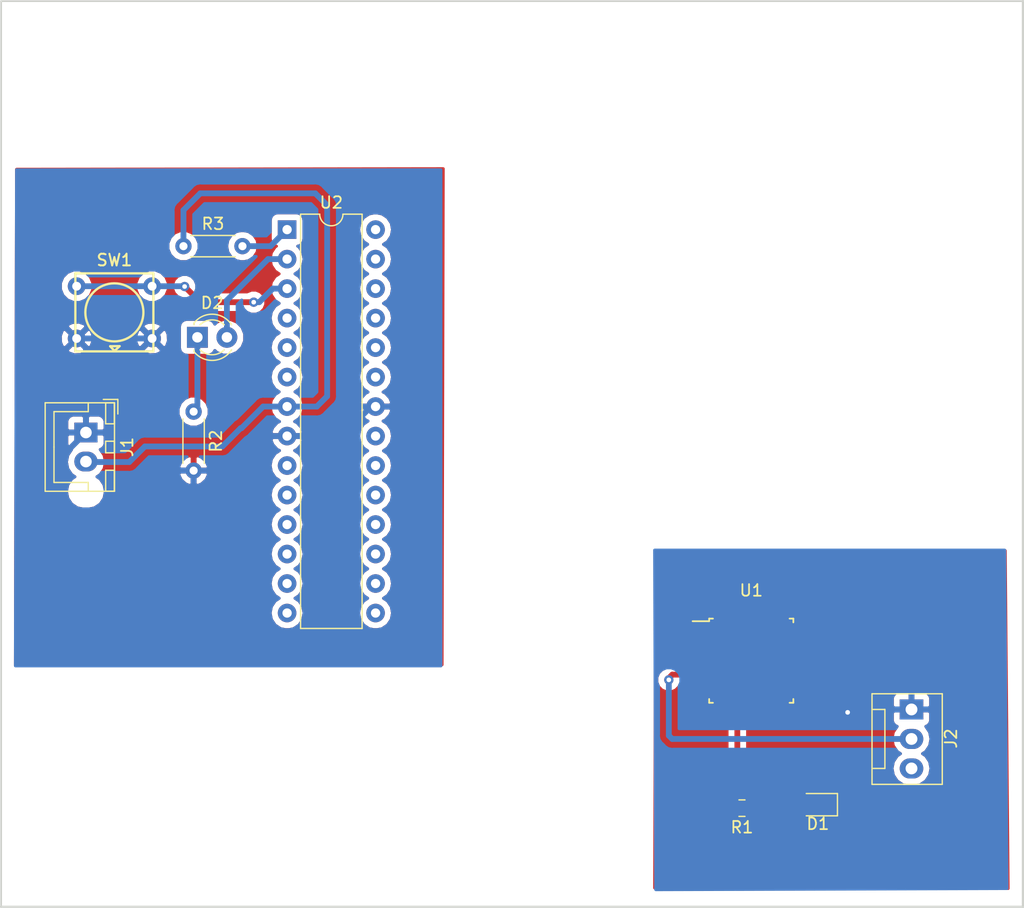
<source format=kicad_pcb>
(kicad_pcb (version 20171130) (host pcbnew "(5.0.0)")

  (general
    (thickness 1.6)
    (drawings 4)
    (tracks 83)
    (zones 0)
    (modules 10)
    (nets 57)
  )

  (page A4)
  (layers
    (0 F.Cu signal)
    (31 B.Cu signal)
    (32 B.Adhes user)
    (33 F.Adhes user)
    (34 B.Paste user)
    (35 F.Paste user)
    (36 B.SilkS user)
    (37 F.SilkS user)
    (38 B.Mask user)
    (39 F.Mask user)
    (40 Dwgs.User user)
    (41 Cmts.User user)
    (42 Eco1.User user)
    (43 Eco2.User user)
    (44 Edge.Cuts user)
    (45 Margin user)
    (46 B.CrtYd user)
    (47 F.CrtYd user)
    (48 B.Fab user)
    (49 F.Fab user)
  )

  (setup
    (last_trace_width 0.25)
    (user_trace_width 0.3)
    (user_trace_width 0.4)
    (user_trace_width 0.5)
    (trace_clearance 0.2)
    (zone_clearance 0.508)
    (zone_45_only no)
    (trace_min 0.2)
    (segment_width 0.15)
    (edge_width 0.15)
    (via_size 0.8)
    (via_drill 0.4)
    (via_min_size 0.4)
    (via_min_drill 0.3)
    (uvia_size 0.3)
    (uvia_drill 0.1)
    (uvias_allowed no)
    (uvia_min_size 0.2)
    (uvia_min_drill 0.1)
    (pcb_text_width 0.3)
    (pcb_text_size 1.5 1.5)
    (mod_edge_width 0.15)
    (mod_text_size 1 1)
    (mod_text_width 0.15)
    (pad_size 1.524 1.524)
    (pad_drill 0.762)
    (pad_to_mask_clearance 0.2)
    (aux_axis_origin 0 0)
    (visible_elements 7FFFFFFF)
    (pcbplotparams
      (layerselection 0x010fc_ffffffff)
      (usegerberextensions true)
      (usegerberattributes true)
      (usegerberadvancedattributes false)
      (creategerberjobfile false)
      (excludeedgelayer true)
      (linewidth 0.150000)
      (plotframeref false)
      (viasonmask false)
      (mode 1)
      (useauxorigin false)
      (hpglpennumber 1)
      (hpglpenspeed 20)
      (hpglpendiameter 15.000000)
      (psnegative false)
      (psa4output false)
      (plotreference false)
      (plotvalue false)
      (plotinvisibletext true)
      (padsonsilk true)
      (subtractmaskfromsilk true)
      (outputformat 1)
      (mirror false)
      (drillshape 0)
      (scaleselection 1)
      (outputdirectory "contador"))
  )

  (net 0 "")
  (net 1 GND)
  (net 2 "Net-(D1-Pad2)")
  (net 3 "Net-(D2-Pad1)")
  (net 4 "Net-(D2-Pad2)")
  (net 5 +5V)
  (net 6 "Net-(R1-Pad2)")
  (net 7 "Net-(R3-Pad2)")
  (net 8 "Net-(SW1-Pad2)")
  (net 9 "Net-(U1-Pad1)")
  (net 10 "Net-(U1-Pad2)")
  (net 11 "Net-(U1-Pad7)")
  (net 12 "Net-(U1-Pad8)")
  (net 13 "Net-(U1-Pad9)")
  (net 14 "Net-(U1-Pad10)")
  (net 15 "Net-(U1-Pad12)")
  (net 16 "Net-(U1-Pad13)")
  (net 17 "Net-(U1-Pad14)")
  (net 18 "Net-(U1-Pad15)")
  (net 19 "Net-(U1-Pad16)")
  (net 20 "Net-(U1-Pad17)")
  (net 21 "Net-(U1-Pad18)")
  (net 22 "Net-(U1-Pad19)")
  (net 23 "Net-(U1-Pad20)")
  (net 24 "Net-(U1-Pad22)")
  (net 25 "Net-(U1-Pad23)")
  (net 26 "Net-(U1-Pad24)")
  (net 27 "Net-(U1-Pad25)")
  (net 28 "Net-(U1-Pad26)")
  (net 29 "Net-(U1-Pad27)")
  (net 30 "Net-(U1-Pad28)")
  (net 31 "Net-(U1-Pad29)")
  (net 32 "Net-(U1-Pad30)")
  (net 33 "Net-(U1-Pad31)")
  (net 34 "Net-(U1-Pad32)")
  (net 35 "Net-(U2-Pad17)")
  (net 36 "Net-(U2-Pad18)")
  (net 37 "Net-(U2-Pad4)")
  (net 38 "Net-(U2-Pad5)")
  (net 39 "Net-(U2-Pad21)")
  (net 40 "Net-(U2-Pad6)")
  (net 41 "Net-(U2-Pad23)")
  (net 42 "Net-(U2-Pad24)")
  (net 43 "Net-(U2-Pad9)")
  (net 44 "Net-(U2-Pad25)")
  (net 45 "Net-(U2-Pad10)")
  (net 46 "Net-(U2-Pad26)")
  (net 47 "Net-(U2-Pad27)")
  (net 48 "Net-(U2-Pad28)")
  (net 49 "Net-(U2-Pad13)")
  (net 50 "Net-(U2-Pad14)")
  (net 51 "Net-(U2-Pad15)")
  (net 52 "Net-(U2-Pad16)")
  (net 53 "Net-(U2-Pad19)")
  (net 54 "Net-(U2-Pad20)")
  (net 55 "Net-(U2-Pad11)")
  (net 56 "Net-(U2-Pad12)")

  (net_class Default "This is the default net class."
    (clearance 0.2)
    (trace_width 0.25)
    (via_dia 0.8)
    (via_drill 0.4)
    (uvia_dia 0.3)
    (uvia_drill 0.1)
    (add_net +5V)
    (add_net GND)
    (add_net "Net-(D1-Pad2)")
    (add_net "Net-(D2-Pad1)")
    (add_net "Net-(D2-Pad2)")
    (add_net "Net-(R1-Pad2)")
    (add_net "Net-(R3-Pad2)")
    (add_net "Net-(SW1-Pad2)")
    (add_net "Net-(U1-Pad1)")
    (add_net "Net-(U1-Pad10)")
    (add_net "Net-(U1-Pad12)")
    (add_net "Net-(U1-Pad13)")
    (add_net "Net-(U1-Pad14)")
    (add_net "Net-(U1-Pad15)")
    (add_net "Net-(U1-Pad16)")
    (add_net "Net-(U1-Pad17)")
    (add_net "Net-(U1-Pad18)")
    (add_net "Net-(U1-Pad19)")
    (add_net "Net-(U1-Pad2)")
    (add_net "Net-(U1-Pad20)")
    (add_net "Net-(U1-Pad22)")
    (add_net "Net-(U1-Pad23)")
    (add_net "Net-(U1-Pad24)")
    (add_net "Net-(U1-Pad25)")
    (add_net "Net-(U1-Pad26)")
    (add_net "Net-(U1-Pad27)")
    (add_net "Net-(U1-Pad28)")
    (add_net "Net-(U1-Pad29)")
    (add_net "Net-(U1-Pad30)")
    (add_net "Net-(U1-Pad31)")
    (add_net "Net-(U1-Pad32)")
    (add_net "Net-(U1-Pad7)")
    (add_net "Net-(U1-Pad8)")
    (add_net "Net-(U1-Pad9)")
    (add_net "Net-(U2-Pad10)")
    (add_net "Net-(U2-Pad11)")
    (add_net "Net-(U2-Pad12)")
    (add_net "Net-(U2-Pad13)")
    (add_net "Net-(U2-Pad14)")
    (add_net "Net-(U2-Pad15)")
    (add_net "Net-(U2-Pad16)")
    (add_net "Net-(U2-Pad17)")
    (add_net "Net-(U2-Pad18)")
    (add_net "Net-(U2-Pad19)")
    (add_net "Net-(U2-Pad20)")
    (add_net "Net-(U2-Pad21)")
    (add_net "Net-(U2-Pad23)")
    (add_net "Net-(U2-Pad24)")
    (add_net "Net-(U2-Pad25)")
    (add_net "Net-(U2-Pad26)")
    (add_net "Net-(U2-Pad27)")
    (add_net "Net-(U2-Pad28)")
    (add_net "Net-(U2-Pad4)")
    (add_net "Net-(U2-Pad5)")
    (add_net "Net-(U2-Pad6)")
    (add_net "Net-(U2-Pad9)")
  )

  (module Connector_JST:JST_XH_B02B-XH-A_1x02_P2.50mm_Vertical (layer F.Cu) (tedit 5A2731AA) (tstamp 5BC3EF33)
    (at 107.3 87.15 270)
    (descr "JST XH series connector, B02B-XH-A (http://www.jst-mfg.com/product/pdf/eng/eXH.pdf), generated with kicad-footprint-generator")
    (tags "connector JST XH side entry")
    (path /5BB66736)
    (fp_text reference J1 (at 1.25 -3.55 270) (layer F.SilkS)
      (effects (font (size 1 1) (thickness 0.15)))
    )
    (fp_text value Conn_01x02_Female (at 1.25 4.6 270) (layer F.Fab)
      (effects (font (size 1 1) (thickness 0.15)))
    )
    (fp_line (start -2.45 -2.35) (end -2.45 3.4) (layer F.Fab) (width 0.1))
    (fp_line (start -2.45 3.4) (end 4.95 3.4) (layer F.Fab) (width 0.1))
    (fp_line (start 4.95 3.4) (end 4.95 -2.35) (layer F.Fab) (width 0.1))
    (fp_line (start 4.95 -2.35) (end -2.45 -2.35) (layer F.Fab) (width 0.1))
    (fp_line (start -2.56 -2.46) (end -2.56 3.51) (layer F.SilkS) (width 0.12))
    (fp_line (start -2.56 3.51) (end 5.06 3.51) (layer F.SilkS) (width 0.12))
    (fp_line (start 5.06 3.51) (end 5.06 -2.46) (layer F.SilkS) (width 0.12))
    (fp_line (start 5.06 -2.46) (end -2.56 -2.46) (layer F.SilkS) (width 0.12))
    (fp_line (start -2.95 -2.85) (end -2.95 3.9) (layer F.CrtYd) (width 0.05))
    (fp_line (start -2.95 3.9) (end 5.45 3.9) (layer F.CrtYd) (width 0.05))
    (fp_line (start 5.45 3.9) (end 5.45 -2.85) (layer F.CrtYd) (width 0.05))
    (fp_line (start 5.45 -2.85) (end -2.95 -2.85) (layer F.CrtYd) (width 0.05))
    (fp_line (start -0.625 -2.35) (end 0 -1.35) (layer F.Fab) (width 0.1))
    (fp_line (start 0 -1.35) (end 0.625 -2.35) (layer F.Fab) (width 0.1))
    (fp_line (start 0.75 -2.45) (end 0.75 -1.7) (layer F.SilkS) (width 0.12))
    (fp_line (start 0.75 -1.7) (end 1.75 -1.7) (layer F.SilkS) (width 0.12))
    (fp_line (start 1.75 -1.7) (end 1.75 -2.45) (layer F.SilkS) (width 0.12))
    (fp_line (start 1.75 -2.45) (end 0.75 -2.45) (layer F.SilkS) (width 0.12))
    (fp_line (start -2.55 -2.45) (end -2.55 -1.7) (layer F.SilkS) (width 0.12))
    (fp_line (start -2.55 -1.7) (end -0.75 -1.7) (layer F.SilkS) (width 0.12))
    (fp_line (start -0.75 -1.7) (end -0.75 -2.45) (layer F.SilkS) (width 0.12))
    (fp_line (start -0.75 -2.45) (end -2.55 -2.45) (layer F.SilkS) (width 0.12))
    (fp_line (start 3.25 -2.45) (end 3.25 -1.7) (layer F.SilkS) (width 0.12))
    (fp_line (start 3.25 -1.7) (end 5.05 -1.7) (layer F.SilkS) (width 0.12))
    (fp_line (start 5.05 -1.7) (end 5.05 -2.45) (layer F.SilkS) (width 0.12))
    (fp_line (start 5.05 -2.45) (end 3.25 -2.45) (layer F.SilkS) (width 0.12))
    (fp_line (start -2.55 -0.2) (end -1.8 -0.2) (layer F.SilkS) (width 0.12))
    (fp_line (start -1.8 -0.2) (end -1.8 2.75) (layer F.SilkS) (width 0.12))
    (fp_line (start -1.8 2.75) (end 1.25 2.75) (layer F.SilkS) (width 0.12))
    (fp_line (start 5.05 -0.2) (end 4.3 -0.2) (layer F.SilkS) (width 0.12))
    (fp_line (start 4.3 -0.2) (end 4.3 2.75) (layer F.SilkS) (width 0.12))
    (fp_line (start 4.3 2.75) (end 1.25 2.75) (layer F.SilkS) (width 0.12))
    (fp_line (start -1.6 -2.75) (end -2.85 -2.75) (layer F.SilkS) (width 0.12))
    (fp_line (start -2.85 -2.75) (end -2.85 -1.5) (layer F.SilkS) (width 0.12))
    (fp_text user %R (at 1.25 2.7 270) (layer F.Fab)
      (effects (font (size 1 1) (thickness 0.15)))
    )
    (pad 1 thru_hole rect (at 0 0 270) (size 1.7 2) (drill 1) (layers *.Cu *.Mask)
      (net 1 GND))
    (pad 2 thru_hole oval (at 2.5 0 270) (size 1.7 2) (drill 1) (layers *.Cu *.Mask)
      (net 5 +5V))
    (model ${KISYS3DMOD}/Connector_JST.3dshapes/JST_XH_B02B-XH-A_1x02_P2.50mm_Vertical.wrl
      (at (xyz 0 0 0))
      (scale (xyz 1 1 1))
      (rotate (xyz 0 0 0))
    )
  )

  (module LED_SMD:LED_0805_2012Metric (layer F.Cu) (tedit 5B36C52C) (tstamp 5BC2BA9F)
    (at 170.3375 119.2 180)
    (descr "LED SMD 0805 (2012 Metric), square (rectangular) end terminal, IPC_7351 nominal, (Body size source: https://docs.google.com/spreadsheets/d/1BsfQQcO9C6DZCsRaXUlFlo91Tg2WpOkGARC1WS5S8t0/edit?usp=sharing), generated with kicad-footprint-generator")
    (tags diode)
    (path /5BB669E7)
    (attr smd)
    (fp_text reference D1 (at 0 -1.65 180) (layer F.SilkS)
      (effects (font (size 1 1) (thickness 0.15)))
    )
    (fp_text value LED (at 0 1.65 180) (layer F.Fab)
      (effects (font (size 1 1) (thickness 0.15)))
    )
    (fp_line (start 1 -0.6) (end -0.7 -0.6) (layer F.Fab) (width 0.1))
    (fp_line (start -0.7 -0.6) (end -1 -0.3) (layer F.Fab) (width 0.1))
    (fp_line (start -1 -0.3) (end -1 0.6) (layer F.Fab) (width 0.1))
    (fp_line (start -1 0.6) (end 1 0.6) (layer F.Fab) (width 0.1))
    (fp_line (start 1 0.6) (end 1 -0.6) (layer F.Fab) (width 0.1))
    (fp_line (start 1 -0.96) (end -1.685 -0.96) (layer F.SilkS) (width 0.12))
    (fp_line (start -1.685 -0.96) (end -1.685 0.96) (layer F.SilkS) (width 0.12))
    (fp_line (start -1.685 0.96) (end 1 0.96) (layer F.SilkS) (width 0.12))
    (fp_line (start -1.68 0.95) (end -1.68 -0.95) (layer F.CrtYd) (width 0.05))
    (fp_line (start -1.68 -0.95) (end 1.68 -0.95) (layer F.CrtYd) (width 0.05))
    (fp_line (start 1.68 -0.95) (end 1.68 0.95) (layer F.CrtYd) (width 0.05))
    (fp_line (start 1.68 0.95) (end -1.68 0.95) (layer F.CrtYd) (width 0.05))
    (fp_text user %R (at 0 0 180) (layer F.Fab)
      (effects (font (size 0.5 0.5) (thickness 0.08)))
    )
    (pad 1 smd roundrect (at -0.9375 0 180) (size 0.975 1.4) (layers F.Cu F.Paste F.Mask) (roundrect_rratio 0.25)
      (net 1 GND))
    (pad 2 smd roundrect (at 0.9375 0 180) (size 0.975 1.4) (layers F.Cu F.Paste F.Mask) (roundrect_rratio 0.25)
      (net 2 "Net-(D1-Pad2)"))
    (model ${KISYS3DMOD}/LED_SMD.3dshapes/LED_0805_2012Metric.wrl
      (at (xyz 0 0 0))
      (scale (xyz 1 1 1))
      (rotate (xyz 0 0 0))
    )
  )

  (module LED_THT:LED_D3.0mm (layer F.Cu) (tedit 587A3A7B) (tstamp 5BC2BAB2)
    (at 116.9 78.95)
    (descr "LED, diameter 3.0mm, 2 pins")
    (tags "LED diameter 3.0mm 2 pins")
    (path /5BB6B870)
    (fp_text reference D2 (at 1.27 -2.96) (layer F.SilkS)
      (effects (font (size 1 1) (thickness 0.15)))
    )
    (fp_text value LED (at 1.27 2.96) (layer F.Fab)
      (effects (font (size 1 1) (thickness 0.15)))
    )
    (fp_arc (start 1.27 0) (end -0.23 -1.16619) (angle 284.3) (layer F.Fab) (width 0.1))
    (fp_arc (start 1.27 0) (end -0.29 -1.235516) (angle 108.8) (layer F.SilkS) (width 0.12))
    (fp_arc (start 1.27 0) (end -0.29 1.235516) (angle -108.8) (layer F.SilkS) (width 0.12))
    (fp_arc (start 1.27 0) (end 0.229039 -1.08) (angle 87.9) (layer F.SilkS) (width 0.12))
    (fp_arc (start 1.27 0) (end 0.229039 1.08) (angle -87.9) (layer F.SilkS) (width 0.12))
    (fp_circle (center 1.27 0) (end 2.77 0) (layer F.Fab) (width 0.1))
    (fp_line (start -0.23 -1.16619) (end -0.23 1.16619) (layer F.Fab) (width 0.1))
    (fp_line (start -0.29 -1.236) (end -0.29 -1.08) (layer F.SilkS) (width 0.12))
    (fp_line (start -0.29 1.08) (end -0.29 1.236) (layer F.SilkS) (width 0.12))
    (fp_line (start -1.15 -2.25) (end -1.15 2.25) (layer F.CrtYd) (width 0.05))
    (fp_line (start -1.15 2.25) (end 3.7 2.25) (layer F.CrtYd) (width 0.05))
    (fp_line (start 3.7 2.25) (end 3.7 -2.25) (layer F.CrtYd) (width 0.05))
    (fp_line (start 3.7 -2.25) (end -1.15 -2.25) (layer F.CrtYd) (width 0.05))
    (pad 1 thru_hole rect (at 0 0) (size 1.8 1.8) (drill 0.9) (layers *.Cu *.Mask)
      (net 3 "Net-(D2-Pad1)"))
    (pad 2 thru_hole circle (at 2.54 0) (size 1.8 1.8) (drill 0.9) (layers *.Cu *.Mask)
      (net 4 "Net-(D2-Pad2)"))
    (model ${KISYS3DMOD}/LED_THT.3dshapes/LED_D3.0mm.wrl
      (at (xyz 0 0 0))
      (scale (xyz 1 1 1))
      (rotate (xyz 0 0 0))
    )
  )

  (module Connector:FanPinHeader_1x03_P2.54mm_Vertical (layer F.Cu) (tedit 5A19DCDF) (tstamp 5BC2BAE6)
    (at 178.4 111 270)
    (descr "3-pin CPU fan Through hole pin header, see http://www.formfactors.org/developer%5Cspecs%5Crev1_2_public.pdf")
    (tags "pin header 3-pin CPU fan")
    (path /5BB706C9)
    (fp_text reference J2 (at 2.5 -3.4 270) (layer F.SilkS)
      (effects (font (size 1 1) (thickness 0.15)))
    )
    (fp_text value Conn_01x02_Female (at 2.55 4.5 270) (layer F.Fab)
      (effects (font (size 1 1) (thickness 0.15)))
    )
    (fp_line (start 6.85 -3.05) (end 6.85 3.8) (layer F.CrtYd) (width 0.05))
    (fp_line (start 6.85 -3.05) (end -1.75 -3.05) (layer F.CrtYd) (width 0.05))
    (fp_line (start -1.75 3.8) (end 6.85 3.8) (layer F.CrtYd) (width 0.05))
    (fp_line (start -1.75 3.8) (end -1.75 -3.05) (layer F.CrtYd) (width 0.05))
    (fp_line (start 5.08 2.29) (end 5.08 3.3) (layer F.SilkS) (width 0.12))
    (fp_line (start 0 2.29) (end 5.08 2.29) (layer F.SilkS) (width 0.12))
    (fp_line (start 0 3.3) (end 0 2.29) (layer F.SilkS) (width 0.12))
    (fp_line (start 6.35 3.3) (end -1.25 3.3) (layer F.Fab) (width 0.1))
    (fp_line (start 6.35 -2.55) (end 6.35 3.3) (layer F.Fab) (width 0.1))
    (fp_line (start -1.25 -2.55) (end 6.35 -2.55) (layer F.Fab) (width 0.1))
    (fp_line (start -1.25 3.3) (end -1.25 -2.55) (layer F.Fab) (width 0.1))
    (fp_line (start 0 2.3) (end 0 3.3) (layer F.Fab) (width 0.1))
    (fp_line (start 5.05 2.3) (end 0 2.3) (layer F.Fab) (width 0.1))
    (fp_line (start 5.05 3.3) (end 5.05 2.3) (layer F.Fab) (width 0.1))
    (fp_line (start 6.45 3.4) (end -1.35 3.4) (layer F.SilkS) (width 0.12))
    (fp_line (start 6.45 -2.65) (end 6.45 3.4) (layer F.SilkS) (width 0.12))
    (fp_line (start -1.35 -2.65) (end 6.45 -2.65) (layer F.SilkS) (width 0.12))
    (fp_line (start -1.35 3.4) (end -1.35 -2.65) (layer F.SilkS) (width 0.12))
    (fp_text user %R (at 2.45 1.8 270) (layer F.Fab)
      (effects (font (size 1 1) (thickness 0.15)))
    )
    (pad 3 thru_hole oval (at 5.08 0) (size 2.03 1.73) (drill 1.02) (layers *.Cu *.Mask))
    (pad 2 thru_hole oval (at 2.54 0) (size 2.03 1.73) (drill 1.02) (layers *.Cu *.Mask)
      (net 5 +5V))
    (pad 1 thru_hole rect (at 0 0) (size 2.03 1.73) (drill 1.02) (layers *.Cu *.Mask)
      (net 1 GND))
    (model ${KISYS3DMOD}/Connector.3dshapes/FanPinHeader_1x03_P2.54mm_Vertical.wrl
      (at (xyz 0 0 0))
      (scale (xyz 1 1 1))
      (rotate (xyz 0 0 0))
    )
  )

  (module Resistor_SMD:R_0805_2012Metric (layer F.Cu) (tedit 5B36C52B) (tstamp 5BC2BAF7)
    (at 163.8 119.5 180)
    (descr "Resistor SMD 0805 (2012 Metric), square (rectangular) end terminal, IPC_7351 nominal, (Body size source: https://docs.google.com/spreadsheets/d/1BsfQQcO9C6DZCsRaXUlFlo91Tg2WpOkGARC1WS5S8t0/edit?usp=sharing), generated with kicad-footprint-generator")
    (tags resistor)
    (path /5BB668AE)
    (attr smd)
    (fp_text reference R1 (at 0 -1.65 180) (layer F.SilkS)
      (effects (font (size 1 1) (thickness 0.15)))
    )
    (fp_text value 361 (at 0 1.65 180) (layer F.Fab)
      (effects (font (size 1 1) (thickness 0.15)))
    )
    (fp_line (start -1 0.6) (end -1 -0.6) (layer F.Fab) (width 0.1))
    (fp_line (start -1 -0.6) (end 1 -0.6) (layer F.Fab) (width 0.1))
    (fp_line (start 1 -0.6) (end 1 0.6) (layer F.Fab) (width 0.1))
    (fp_line (start 1 0.6) (end -1 0.6) (layer F.Fab) (width 0.1))
    (fp_line (start -0.258578 -0.71) (end 0.258578 -0.71) (layer F.SilkS) (width 0.12))
    (fp_line (start -0.258578 0.71) (end 0.258578 0.71) (layer F.SilkS) (width 0.12))
    (fp_line (start -1.68 0.95) (end -1.68 -0.95) (layer F.CrtYd) (width 0.05))
    (fp_line (start -1.68 -0.95) (end 1.68 -0.95) (layer F.CrtYd) (width 0.05))
    (fp_line (start 1.68 -0.95) (end 1.68 0.95) (layer F.CrtYd) (width 0.05))
    (fp_line (start 1.68 0.95) (end -1.68 0.95) (layer F.CrtYd) (width 0.05))
    (fp_text user %R (at 0 0 180) (layer F.Fab)
      (effects (font (size 0.5 0.5) (thickness 0.08)))
    )
    (pad 1 smd roundrect (at -0.9375 0 180) (size 0.975 1.4) (layers F.Cu F.Paste F.Mask) (roundrect_rratio 0.25)
      (net 2 "Net-(D1-Pad2)"))
    (pad 2 smd roundrect (at 0.9375 0 180) (size 0.975 1.4) (layers F.Cu F.Paste F.Mask) (roundrect_rratio 0.25)
      (net 6 "Net-(R1-Pad2)"))
    (model ${KISYS3DMOD}/Resistor_SMD.3dshapes/R_0805_2012Metric.wrl
      (at (xyz 0 0 0))
      (scale (xyz 1 1 1))
      (rotate (xyz 0 0 0))
    )
  )

  (module Resistor_THT:R_Axial_DIN0204_L3.6mm_D1.6mm_P5.08mm_Horizontal (layer F.Cu) (tedit 5AE5139B) (tstamp 5BC2BB0A)
    (at 116.575 85.35 270)
    (descr "Resistor, Axial_DIN0204 series, Axial, Horizontal, pin pitch=5.08mm, 0.167W, length*diameter=3.6*1.6mm^2, http://cdn-reichelt.de/documents/datenblatt/B400/1_4W%23YAG.pdf")
    (tags "Resistor Axial_DIN0204 series Axial Horizontal pin pitch 5.08mm 0.167W length 3.6mm diameter 1.6mm")
    (path /5BB6B7C4)
    (fp_text reference R2 (at 2.54 -1.92 270) (layer F.SilkS)
      (effects (font (size 1 1) (thickness 0.15)))
    )
    (fp_text value 360 (at 2.54 1.92 270) (layer F.Fab)
      (effects (font (size 1 1) (thickness 0.15)))
    )
    (fp_text user %R (at 2.775 0.225 270) (layer F.Fab)
      (effects (font (size 0.72 0.72) (thickness 0.108)))
    )
    (fp_line (start 6.03 -1.05) (end -0.95 -1.05) (layer F.CrtYd) (width 0.05))
    (fp_line (start 6.03 1.05) (end 6.03 -1.05) (layer F.CrtYd) (width 0.05))
    (fp_line (start -0.95 1.05) (end 6.03 1.05) (layer F.CrtYd) (width 0.05))
    (fp_line (start -0.95 -1.05) (end -0.95 1.05) (layer F.CrtYd) (width 0.05))
    (fp_line (start 0.62 0.92) (end 4.46 0.92) (layer F.SilkS) (width 0.12))
    (fp_line (start 0.62 -0.92) (end 4.46 -0.92) (layer F.SilkS) (width 0.12))
    (fp_line (start 5.08 0) (end 4.34 0) (layer F.Fab) (width 0.1))
    (fp_line (start 0 0) (end 0.74 0) (layer F.Fab) (width 0.1))
    (fp_line (start 4.34 -0.8) (end 0.74 -0.8) (layer F.Fab) (width 0.1))
    (fp_line (start 4.34 0.8) (end 4.34 -0.8) (layer F.Fab) (width 0.1))
    (fp_line (start 0.74 0.8) (end 4.34 0.8) (layer F.Fab) (width 0.1))
    (fp_line (start 0.74 -0.8) (end 0.74 0.8) (layer F.Fab) (width 0.1))
    (pad 2 thru_hole oval (at 5.08 0 270) (size 1.4 1.4) (drill 0.7) (layers *.Cu *.Mask)
      (net 1 GND))
    (pad 1 thru_hole circle (at 0 0 270) (size 1.4 1.4) (drill 0.7) (layers *.Cu *.Mask)
      (net 3 "Net-(D2-Pad1)"))
    (model ${KISYS3DMOD}/Resistor_THT.3dshapes/R_Axial_DIN0204_L3.6mm_D1.6mm_P5.08mm_Horizontal.wrl
      (at (xyz 0 0 0))
      (scale (xyz 1 1 1))
      (rotate (xyz 0 0 0))
    )
  )

  (module Resistor_THT:R_Axial_DIN0204_L3.6mm_D1.6mm_P5.08mm_Horizontal (layer F.Cu) (tedit 5AE5139B) (tstamp 5BC2BB1D)
    (at 115.7 71.1)
    (descr "Resistor, Axial_DIN0204 series, Axial, Horizontal, pin pitch=5.08mm, 0.167W, length*diameter=3.6*1.6mm^2, http://cdn-reichelt.de/documents/datenblatt/B400/1_4W%23YAG.pdf")
    (tags "Resistor Axial_DIN0204 series Axial Horizontal pin pitch 5.08mm 0.167W length 3.6mm diameter 1.6mm")
    (path /5BB66FCF)
    (fp_text reference R3 (at 2.54 -1.92) (layer F.SilkS)
      (effects (font (size 1 1) (thickness 0.15)))
    )
    (fp_text value 1k (at 2.54 1.92) (layer F.Fab)
      (effects (font (size 1 1) (thickness 0.15)))
    )
    (fp_line (start 0.74 -0.8) (end 0.74 0.8) (layer F.Fab) (width 0.1))
    (fp_line (start 0.74 0.8) (end 4.34 0.8) (layer F.Fab) (width 0.1))
    (fp_line (start 4.34 0.8) (end 4.34 -0.8) (layer F.Fab) (width 0.1))
    (fp_line (start 4.34 -0.8) (end 0.74 -0.8) (layer F.Fab) (width 0.1))
    (fp_line (start 0 0) (end 0.74 0) (layer F.Fab) (width 0.1))
    (fp_line (start 5.08 0) (end 4.34 0) (layer F.Fab) (width 0.1))
    (fp_line (start 0.62 -0.92) (end 4.46 -0.92) (layer F.SilkS) (width 0.12))
    (fp_line (start 0.62 0.92) (end 4.46 0.92) (layer F.SilkS) (width 0.12))
    (fp_line (start -0.95 -1.05) (end -0.95 1.05) (layer F.CrtYd) (width 0.05))
    (fp_line (start -0.95 1.05) (end 6.03 1.05) (layer F.CrtYd) (width 0.05))
    (fp_line (start 6.03 1.05) (end 6.03 -1.05) (layer F.CrtYd) (width 0.05))
    (fp_line (start 6.03 -1.05) (end -0.95 -1.05) (layer F.CrtYd) (width 0.05))
    (fp_text user %R (at 2.5 0.05) (layer F.Fab)
      (effects (font (size 0.72 0.72) (thickness 0.108)))
    )
    (pad 1 thru_hole circle (at 0 0) (size 1.4 1.4) (drill 0.7) (layers *.Cu *.Mask)
      (net 5 +5V))
    (pad 2 thru_hole oval (at 5.08 0) (size 1.4 1.4) (drill 0.7) (layers *.Cu *.Mask)
      (net 7 "Net-(R3-Pad2)"))
    (model ${KISYS3DMOD}/Resistor_THT.3dshapes/R_Axial_DIN0204_L3.6mm_D1.6mm_P5.08mm_Horizontal.wrl
      (at (xyz 0 0 0))
      (scale (xyz 1 1 1))
      (rotate (xyz 0 0 0))
    )
  )

  (module Button_Switch_Keyboard:Pulsador (layer F.Cu) (tedit 5BB3EF52) (tstamp 5BC2BB35)
    (at 109.75 76.8 180)
    (path /5BB6B8F4)
    (fp_text reference SW1 (at 0 4.5 180) (layer F.SilkS)
      (effects (font (size 1 1) (thickness 0.17)))
    )
    (fp_text value Pulsador (at 0.02 -4.41 180) (layer F.Fab)
      (effects (font (size 1 1) (thickness 0.17)))
    )
    (fp_line (start -3.36 3.36) (end -3.36 -3.36) (layer F.SilkS) (width 0.2))
    (fp_circle (center 0 0) (end 2.5 0) (layer F.SilkS) (width 0.2))
    (fp_line (start -3.36 -3.36) (end 3.36 -3.36) (layer F.SilkS) (width 0.2))
    (fp_line (start 3.36 -3.36) (end 3.36 3.36) (layer F.SilkS) (width 0.2))
    (fp_line (start 3.36 3.36) (end -3.36 3.36) (layer F.SilkS) (width 0.2))
    (fp_line (start -3 3) (end 3 3) (layer F.Fab) (width 0.12))
    (fp_line (start 3 3) (end 3 -3) (layer F.Fab) (width 0.12))
    (fp_line (start 3 -3) (end -3 -3) (layer F.Fab) (width 0.12))
    (fp_line (start -3 -3) (end -3 3) (layer F.Fab) (width 0.12))
    (fp_line (start 0.01 -3.35) (end -0.45 -2.91) (layer F.SilkS) (width 0.2))
    (fp_line (start -0.45 -2.91) (end 0.36 -2.92) (layer F.SilkS) (width 0.2))
    (fp_line (start 0.36 -2.92) (end -0.02 -3.33) (layer F.SilkS) (width 0.2))
    (fp_line (start -4.2 -3.46) (end 4.2 -3.46) (layer F.CrtYd) (width 0.05))
    (fp_line (start 4.2 -3.46) (end 4.2 3.46) (layer F.CrtYd) (width 0.05))
    (fp_line (start 4.2 3.46) (end -4.2 3.46) (layer F.CrtYd) (width 0.05))
    (fp_line (start -4.2 3.46) (end -4.2 -3.46) (layer F.CrtYd) (width 0.05))
    (pad 1 thru_hole circle (at -3.25 -2.25 180) (size 1.524 1.524) (drill 0.762) (layers *.Cu *.Mask)
      (net 1 GND))
    (pad 1 thru_hole circle (at 3.25 -2.25 180) (size 1.524 1.524) (drill 0.762) (layers *.Cu *.Mask)
      (net 1 GND))
    (pad 2 thru_hole circle (at 3.25 2.25 180) (size 1.524 1.524) (drill 0.762) (layers *.Cu *.Mask)
      (net 8 "Net-(SW1-Pad2)"))
    (pad 2 thru_hole circle (at -3.25 2.25 180) (size 1.524 1.524) (drill 0.762) (layers *.Cu *.Mask)
      (net 8 "Net-(SW1-Pad2)"))
    (model :Mis3D:TOPPUSH.wrl
      (offset (xyz 0 0 -2.8))
      (scale (xyz 0.3937 0.3937 0.3937))
      (rotate (xyz 0 0 90))
    )
  )

  (module Package_QFP:TQFP-32_7x7mm_P0.8mm (layer F.Cu) (tedit 5A02F146) (tstamp 5BC2BB6C)
    (at 164.6 106.8)
    (descr "32-Lead Plastic Thin Quad Flatpack (PT) - 7x7x1.0 mm Body, 2.00 mm [TQFP] (see Microchip Packaging Specification 00000049BS.pdf)")
    (tags "QFP 0.8")
    (path /5BB66426)
    (attr smd)
    (fp_text reference U1 (at 0 -6.05) (layer F.SilkS)
      (effects (font (size 1 1) (thickness 0.15)))
    )
    (fp_text value ATmega328-AU (at 0 6.05) (layer F.Fab)
      (effects (font (size 1 1) (thickness 0.15)))
    )
    (fp_text user %R (at 0 0) (layer F.Fab)
      (effects (font (size 1 1) (thickness 0.15)))
    )
    (fp_line (start -2.5 -3.5) (end 3.5 -3.5) (layer F.Fab) (width 0.15))
    (fp_line (start 3.5 -3.5) (end 3.5 3.5) (layer F.Fab) (width 0.15))
    (fp_line (start 3.5 3.5) (end -3.5 3.5) (layer F.Fab) (width 0.15))
    (fp_line (start -3.5 3.5) (end -3.5 -2.5) (layer F.Fab) (width 0.15))
    (fp_line (start -3.5 -2.5) (end -2.5 -3.5) (layer F.Fab) (width 0.15))
    (fp_line (start -5.3 -5.3) (end -5.3 5.3) (layer F.CrtYd) (width 0.05))
    (fp_line (start 5.3 -5.3) (end 5.3 5.3) (layer F.CrtYd) (width 0.05))
    (fp_line (start -5.3 -5.3) (end 5.3 -5.3) (layer F.CrtYd) (width 0.05))
    (fp_line (start -5.3 5.3) (end 5.3 5.3) (layer F.CrtYd) (width 0.05))
    (fp_line (start -3.625 -3.625) (end -3.625 -3.4) (layer F.SilkS) (width 0.15))
    (fp_line (start 3.625 -3.625) (end 3.625 -3.3) (layer F.SilkS) (width 0.15))
    (fp_line (start 3.625 3.625) (end 3.625 3.3) (layer F.SilkS) (width 0.15))
    (fp_line (start -3.625 3.625) (end -3.625 3.3) (layer F.SilkS) (width 0.15))
    (fp_line (start -3.625 -3.625) (end -3.3 -3.625) (layer F.SilkS) (width 0.15))
    (fp_line (start -3.625 3.625) (end -3.3 3.625) (layer F.SilkS) (width 0.15))
    (fp_line (start 3.625 3.625) (end 3.3 3.625) (layer F.SilkS) (width 0.15))
    (fp_line (start 3.625 -3.625) (end 3.3 -3.625) (layer F.SilkS) (width 0.15))
    (fp_line (start -3.625 -3.4) (end -5.05 -3.4) (layer F.SilkS) (width 0.15))
    (pad 1 smd rect (at -4.25 -2.8) (size 1.6 0.55) (layers F.Cu F.Paste F.Mask)
      (net 9 "Net-(U1-Pad1)"))
    (pad 2 smd rect (at -4.25 -2) (size 1.6 0.55) (layers F.Cu F.Paste F.Mask)
      (net 10 "Net-(U1-Pad2)"))
    (pad 3 smd rect (at -4.25 -1.2) (size 1.6 0.55) (layers F.Cu F.Paste F.Mask)
      (net 1 GND))
    (pad 4 smd rect (at -4.25 -0.4) (size 1.6 0.55) (layers F.Cu F.Paste F.Mask)
      (net 5 +5V))
    (pad 5 smd rect (at -4.25 0.4) (size 1.6 0.55) (layers F.Cu F.Paste F.Mask)
      (net 1 GND))
    (pad 6 smd rect (at -4.25 1.2) (size 1.6 0.55) (layers F.Cu F.Paste F.Mask)
      (net 5 +5V))
    (pad 7 smd rect (at -4.25 2) (size 1.6 0.55) (layers F.Cu F.Paste F.Mask)
      (net 11 "Net-(U1-Pad7)"))
    (pad 8 smd rect (at -4.25 2.8) (size 1.6 0.55) (layers F.Cu F.Paste F.Mask)
      (net 12 "Net-(U1-Pad8)"))
    (pad 9 smd rect (at -2.8 4.25 90) (size 1.6 0.55) (layers F.Cu F.Paste F.Mask)
      (net 13 "Net-(U1-Pad9)"))
    (pad 10 smd rect (at -2 4.25 90) (size 1.6 0.55) (layers F.Cu F.Paste F.Mask)
      (net 14 "Net-(U1-Pad10)"))
    (pad 11 smd rect (at -1.2 4.25 90) (size 1.6 0.55) (layers F.Cu F.Paste F.Mask)
      (net 6 "Net-(R1-Pad2)"))
    (pad 12 smd rect (at -0.4 4.25 90) (size 1.6 0.55) (layers F.Cu F.Paste F.Mask)
      (net 15 "Net-(U1-Pad12)"))
    (pad 13 smd rect (at 0.4 4.25 90) (size 1.6 0.55) (layers F.Cu F.Paste F.Mask)
      (net 16 "Net-(U1-Pad13)"))
    (pad 14 smd rect (at 1.2 4.25 90) (size 1.6 0.55) (layers F.Cu F.Paste F.Mask)
      (net 17 "Net-(U1-Pad14)"))
    (pad 15 smd rect (at 2 4.25 90) (size 1.6 0.55) (layers F.Cu F.Paste F.Mask)
      (net 18 "Net-(U1-Pad15)"))
    (pad 16 smd rect (at 2.8 4.25 90) (size 1.6 0.55) (layers F.Cu F.Paste F.Mask)
      (net 19 "Net-(U1-Pad16)"))
    (pad 17 smd rect (at 4.25 2.8) (size 1.6 0.55) (layers F.Cu F.Paste F.Mask)
      (net 20 "Net-(U1-Pad17)"))
    (pad 18 smd rect (at 4.25 2) (size 1.6 0.55) (layers F.Cu F.Paste F.Mask)
      (net 21 "Net-(U1-Pad18)"))
    (pad 19 smd rect (at 4.25 1.2) (size 1.6 0.55) (layers F.Cu F.Paste F.Mask)
      (net 22 "Net-(U1-Pad19)"))
    (pad 20 smd rect (at 4.25 0.4) (size 1.6 0.55) (layers F.Cu F.Paste F.Mask)
      (net 23 "Net-(U1-Pad20)"))
    (pad 21 smd rect (at 4.25 -0.4) (size 1.6 0.55) (layers F.Cu F.Paste F.Mask)
      (net 1 GND))
    (pad 22 smd rect (at 4.25 -1.2) (size 1.6 0.55) (layers F.Cu F.Paste F.Mask)
      (net 24 "Net-(U1-Pad22)"))
    (pad 23 smd rect (at 4.25 -2) (size 1.6 0.55) (layers F.Cu F.Paste F.Mask)
      (net 25 "Net-(U1-Pad23)"))
    (pad 24 smd rect (at 4.25 -2.8) (size 1.6 0.55) (layers F.Cu F.Paste F.Mask)
      (net 26 "Net-(U1-Pad24)"))
    (pad 25 smd rect (at 2.8 -4.25 90) (size 1.6 0.55) (layers F.Cu F.Paste F.Mask)
      (net 27 "Net-(U1-Pad25)"))
    (pad 26 smd rect (at 2 -4.25 90) (size 1.6 0.55) (layers F.Cu F.Paste F.Mask)
      (net 28 "Net-(U1-Pad26)"))
    (pad 27 smd rect (at 1.2 -4.25 90) (size 1.6 0.55) (layers F.Cu F.Paste F.Mask)
      (net 29 "Net-(U1-Pad27)"))
    (pad 28 smd rect (at 0.4 -4.25 90) (size 1.6 0.55) (layers F.Cu F.Paste F.Mask)
      (net 30 "Net-(U1-Pad28)"))
    (pad 29 smd rect (at -0.4 -4.25 90) (size 1.6 0.55) (layers F.Cu F.Paste F.Mask)
      (net 31 "Net-(U1-Pad29)"))
    (pad 30 smd rect (at -1.2 -4.25 90) (size 1.6 0.55) (layers F.Cu F.Paste F.Mask)
      (net 32 "Net-(U1-Pad30)"))
    (pad 31 smd rect (at -2 -4.25 90) (size 1.6 0.55) (layers F.Cu F.Paste F.Mask)
      (net 33 "Net-(U1-Pad31)"))
    (pad 32 smd rect (at -2.8 -4.25 90) (size 1.6 0.55) (layers F.Cu F.Paste F.Mask)
      (net 34 "Net-(U1-Pad32)"))
    (model ${KISYS3DMOD}/Package_QFP.3dshapes/TQFP-32_7x7mm_P0.8mm.wrl
      (at (xyz 0 0 0))
      (scale (xyz 1 1 1))
      (rotate (xyz 0 0 0))
    )
  )

  (module Package_DIP:DIP-28_W7.62mm (layer F.Cu) (tedit 5A02E8C5) (tstamp 5BC2BB9C)
    (at 124.625001 69.675001)
    (descr "28-lead though-hole mounted DIP package, row spacing 7.62 mm (300 mils)")
    (tags "THT DIP DIL PDIP 2.54mm 7.62mm 300mil")
    (path /5BB7269A)
    (fp_text reference U2 (at 3.81 -2.33) (layer F.SilkS)
      (effects (font (size 1 1) (thickness 0.15)))
    )
    (fp_text value ATmega328-PU (at 3.81 35.35) (layer F.Fab)
      (effects (font (size 1 1) (thickness 0.15)))
    )
    (fp_arc (start 3.81 -1.33) (end 2.81 -1.33) (angle -180) (layer F.SilkS) (width 0.12))
    (fp_line (start 1.635 -1.27) (end 6.985 -1.27) (layer F.Fab) (width 0.1))
    (fp_line (start 6.985 -1.27) (end 6.985 34.29) (layer F.Fab) (width 0.1))
    (fp_line (start 6.985 34.29) (end 0.635 34.29) (layer F.Fab) (width 0.1))
    (fp_line (start 0.635 34.29) (end 0.635 -0.27) (layer F.Fab) (width 0.1))
    (fp_line (start 0.635 -0.27) (end 1.635 -1.27) (layer F.Fab) (width 0.1))
    (fp_line (start 2.81 -1.33) (end 1.16 -1.33) (layer F.SilkS) (width 0.12))
    (fp_line (start 1.16 -1.33) (end 1.16 34.35) (layer F.SilkS) (width 0.12))
    (fp_line (start 1.16 34.35) (end 6.46 34.35) (layer F.SilkS) (width 0.12))
    (fp_line (start 6.46 34.35) (end 6.46 -1.33) (layer F.SilkS) (width 0.12))
    (fp_line (start 6.46 -1.33) (end 4.81 -1.33) (layer F.SilkS) (width 0.12))
    (fp_line (start -1.1 -1.55) (end -1.1 34.55) (layer F.CrtYd) (width 0.05))
    (fp_line (start -1.1 34.55) (end 8.7 34.55) (layer F.CrtYd) (width 0.05))
    (fp_line (start 8.7 34.55) (end 8.7 -1.55) (layer F.CrtYd) (width 0.05))
    (fp_line (start 8.7 -1.55) (end -1.1 -1.55) (layer F.CrtYd) (width 0.05))
    (fp_text user %R (at 3.81 16.51) (layer F.Fab)
      (effects (font (size 1 1) (thickness 0.15)))
    )
    (pad 1 thru_hole rect (at 0 0) (size 1.6 1.6) (drill 0.8) (layers *.Cu *.Mask)
      (net 7 "Net-(R3-Pad2)"))
    (pad 15 thru_hole oval (at 7.62 33.02) (size 1.6 1.6) (drill 0.8) (layers *.Cu *.Mask)
      (net 51 "Net-(U2-Pad15)"))
    (pad 2 thru_hole oval (at 0 2.54) (size 1.6 1.6) (drill 0.8) (layers *.Cu *.Mask)
      (net 4 "Net-(D2-Pad2)"))
    (pad 16 thru_hole oval (at 7.62 30.48) (size 1.6 1.6) (drill 0.8) (layers *.Cu *.Mask)
      (net 52 "Net-(U2-Pad16)"))
    (pad 3 thru_hole oval (at 0 5.08) (size 1.6 1.6) (drill 0.8) (layers *.Cu *.Mask)
      (net 8 "Net-(SW1-Pad2)"))
    (pad 17 thru_hole oval (at 7.62 27.94) (size 1.6 1.6) (drill 0.8) (layers *.Cu *.Mask)
      (net 35 "Net-(U2-Pad17)"))
    (pad 4 thru_hole oval (at 0 7.62) (size 1.6 1.6) (drill 0.8) (layers *.Cu *.Mask)
      (net 37 "Net-(U2-Pad4)"))
    (pad 18 thru_hole oval (at 7.62 25.4) (size 1.6 1.6) (drill 0.8) (layers *.Cu *.Mask)
      (net 36 "Net-(U2-Pad18)"))
    (pad 5 thru_hole oval (at 0 10.16) (size 1.6 1.6) (drill 0.8) (layers *.Cu *.Mask)
      (net 38 "Net-(U2-Pad5)"))
    (pad 19 thru_hole oval (at 7.62 22.86) (size 1.6 1.6) (drill 0.8) (layers *.Cu *.Mask)
      (net 53 "Net-(U2-Pad19)"))
    (pad 6 thru_hole oval (at 0 12.7) (size 1.6 1.6) (drill 0.8) (layers *.Cu *.Mask)
      (net 40 "Net-(U2-Pad6)"))
    (pad 20 thru_hole oval (at 7.62 20.32) (size 1.6 1.6) (drill 0.8) (layers *.Cu *.Mask)
      (net 54 "Net-(U2-Pad20)"))
    (pad 7 thru_hole oval (at 0 15.24) (size 1.6 1.6) (drill 0.8) (layers *.Cu *.Mask)
      (net 5 +5V))
    (pad 21 thru_hole oval (at 7.62 17.78) (size 1.6 1.6) (drill 0.8) (layers *.Cu *.Mask)
      (net 39 "Net-(U2-Pad21)"))
    (pad 8 thru_hole oval (at 0 17.78) (size 1.6 1.6) (drill 0.8) (layers *.Cu *.Mask)
      (net 1 GND))
    (pad 22 thru_hole oval (at 7.62 15.24) (size 1.6 1.6) (drill 0.8) (layers *.Cu *.Mask)
      (net 1 GND))
    (pad 9 thru_hole oval (at 0 20.32) (size 1.6 1.6) (drill 0.8) (layers *.Cu *.Mask)
      (net 43 "Net-(U2-Pad9)"))
    (pad 23 thru_hole oval (at 7.62 12.7) (size 1.6 1.6) (drill 0.8) (layers *.Cu *.Mask)
      (net 41 "Net-(U2-Pad23)"))
    (pad 10 thru_hole oval (at 0 22.86) (size 1.6 1.6) (drill 0.8) (layers *.Cu *.Mask)
      (net 45 "Net-(U2-Pad10)"))
    (pad 24 thru_hole oval (at 7.62 10.16) (size 1.6 1.6) (drill 0.8) (layers *.Cu *.Mask)
      (net 42 "Net-(U2-Pad24)"))
    (pad 11 thru_hole oval (at 0 25.4) (size 1.6 1.6) (drill 0.8) (layers *.Cu *.Mask)
      (net 55 "Net-(U2-Pad11)"))
    (pad 25 thru_hole oval (at 7.62 7.62) (size 1.6 1.6) (drill 0.8) (layers *.Cu *.Mask)
      (net 44 "Net-(U2-Pad25)"))
    (pad 12 thru_hole oval (at 0 27.94) (size 1.6 1.6) (drill 0.8) (layers *.Cu *.Mask)
      (net 56 "Net-(U2-Pad12)"))
    (pad 26 thru_hole oval (at 7.62 5.08) (size 1.6 1.6) (drill 0.8) (layers *.Cu *.Mask)
      (net 46 "Net-(U2-Pad26)"))
    (pad 13 thru_hole oval (at 0 30.48) (size 1.6 1.6) (drill 0.8) (layers *.Cu *.Mask)
      (net 49 "Net-(U2-Pad13)"))
    (pad 27 thru_hole oval (at 7.62 2.54) (size 1.6 1.6) (drill 0.8) (layers *.Cu *.Mask)
      (net 47 "Net-(U2-Pad27)"))
    (pad 14 thru_hole oval (at 0 33.02) (size 1.6 1.6) (drill 0.8) (layers *.Cu *.Mask)
      (net 50 "Net-(U2-Pad14)"))
    (pad 28 thru_hole oval (at 7.62 0) (size 1.6 1.6) (drill 0.8) (layers *.Cu *.Mask)
      (net 48 "Net-(U2-Pad28)"))
    (model ${KISYS3DMOD}/Package_DIP.3dshapes/DIP-28_W7.62mm.wrl
      (at (xyz 0 0 0))
      (scale (xyz 1 1 1))
      (rotate (xyz 0 0 0))
    )
  )

  (gr_line (start 100 128) (end 188 128) (layer Edge.Cuts) (width 0.2))
  (gr_line (start 100 50) (end 100 128) (layer Edge.Cuts) (width 0.15))
  (gr_line (start 100 50) (end 188 50) (layer Edge.Cuts) (width 0.15))
  (gr_line (start 188 50) (end 188 128) (layer Edge.Cuts) (width 0.2))

  (via (at 172.9 111.25) (size 0.8) (drill 0.4) (layers F.Cu B.Cu) (net 1))
  (segment (start 178.4 111) (end 173.15 111) (width 0.5) (layer B.Cu) (net 1))
  (segment (start 173.15 111) (end 172.9 111.25) (width 0.5) (layer B.Cu) (net 1))
  (segment (start 172.9 111.25) (end 172.8 111.15) (width 0.5) (layer F.Cu) (net 1))
  (segment (start 172.8 111.15) (end 172.8 107.4) (width 0.5) (layer F.Cu) (net 1))
  (segment (start 171.8 106.4) (end 168.85 106.4) (width 0.5) (layer F.Cu) (net 1))
  (segment (start 172.8 107.4) (end 171.8 106.4) (width 0.5) (layer F.Cu) (net 1))
  (segment (start 168.85 106.4) (end 165.25 106.4) (width 0.5) (layer F.Cu) (net 1))
  (segment (start 164.45 105.6) (end 160.35 105.6) (width 0.5) (layer F.Cu) (net 1))
  (segment (start 165.25 106.4) (end 164.45 105.6) (width 0.5) (layer F.Cu) (net 1))
  (segment (start 160.35 105.6) (end 158 105.6) (width 0.5) (layer F.Cu) (net 1))
  (segment (start 158 105.6) (end 157.9 105.7) (width 0.5) (layer F.Cu) (net 1))
  (segment (start 157.9 105.7) (end 157.9 107) (width 0.5) (layer F.Cu) (net 1))
  (segment (start 158.1 107.2) (end 160.35 107.2) (width 0.5) (layer F.Cu) (net 1))
  (segment (start 157.9 107) (end 158.1 107.2) (width 0.5) (layer F.Cu) (net 1))
  (segment (start 171.275 112.875) (end 172.9 111.25) (width 0.5) (layer F.Cu) (net 1))
  (segment (start 171.275 119.2) (end 171.275 112.875) (width 0.5) (layer F.Cu) (net 1))
  (segment (start 113 79.05) (end 106.5 79.05) (width 0.5) (layer B.Cu) (net 1))
  (segment (start 116.575 90.43) (end 116.575 104.375) (width 0.5) (layer B.Cu) (net 1))
  (segment (start 116.575 104.375) (end 117.25 105.05) (width 0.5) (layer B.Cu) (net 1))
  (segment (start 117.25 105.05) (end 127.05 105.05) (width 0.5) (layer B.Cu) (net 1))
  (segment (start 127.05 105.05) (end 128 104.1) (width 0.5) (layer B.Cu) (net 1))
  (segment (start 128 104.1) (end 128 88.775) (width 0.5) (layer B.Cu) (net 1))
  (segment (start 126.680001 87.455001) (end 124.625001 87.455001) (width 0.5) (layer B.Cu) (net 1))
  (segment (start 128 88.775) (end 126.680001 87.455001) (width 0.5) (layer B.Cu) (net 1))
  (segment (start 131.859999 84.915001) (end 128 88.775) (width 0.5) (layer B.Cu) (net 1))
  (segment (start 132.245001 84.915001) (end 131.859999 84.915001) (width 0.5) (layer B.Cu) (net 1))
  (segment (start 107.3 79.85) (end 106.5 79.05) (width 0.5) (layer B.Cu) (net 1))
  (segment (start 107.3 87.15) (end 107.3 79.85) (width 0.5) (layer B.Cu) (net 1))
  (segment (start 116.575 90.43) (end 113.92 90.43) (width 0.5) (layer B.Cu) (net 1))
  (segment (start 113.92 90.43) (end 109.2 95.15) (width 0.5) (layer B.Cu) (net 1))
  (segment (start 109.2 95.15) (end 105.8 95.15) (width 0.5) (layer B.Cu) (net 1))
  (segment (start 105.8 95.15) (end 104.525 93.875) (width 0.5) (layer B.Cu) (net 1))
  (segment (start 104.525 89.925) (end 107.3 87.15) (width 0.5) (layer B.Cu) (net 1))
  (segment (start 104.525 93.875) (end 104.525 89.925) (width 0.5) (layer B.Cu) (net 1))
  (segment (start 169.1 119.5) (end 169.4 119.2) (width 0.5) (layer F.Cu) (net 2))
  (segment (start 164.7375 119.5) (end 169.1 119.5) (width 0.5) (layer F.Cu) (net 2))
  (segment (start 116.9 85.025) (end 116.575 85.35) (width 0.5) (layer B.Cu) (net 3))
  (segment (start 116.9 78.95) (end 116.9 85.025) (width 0.5) (layer B.Cu) (net 3))
  (segment (start 119.44 78.95) (end 119.44 75.76) (width 0.5) (layer B.Cu) (net 4))
  (segment (start 122.984999 72.215001) (end 124.625001 72.215001) (width 0.5) (layer B.Cu) (net 4))
  (segment (start 119.44 75.76) (end 122.984999 72.215001) (width 0.5) (layer B.Cu) (net 4))
  (segment (start 178.4 113.54) (end 157.79 113.54) (width 0.5) (layer B.Cu) (net 5))
  (via (at 157.5 108.45) (size 0.8) (drill 0.4) (layers F.Cu B.Cu) (net 5))
  (segment (start 157.79 113.54) (end 157.5 113.25) (width 0.5) (layer B.Cu) (net 5))
  (segment (start 157.5 113.25) (end 157.5 108.45) (width 0.5) (layer B.Cu) (net 5))
  (segment (start 157.5 108.45) (end 157.5 108.3) (width 0.5) (layer F.Cu) (net 5))
  (segment (start 157.8 108) (end 160.35 108) (width 0.5) (layer F.Cu) (net 5))
  (segment (start 157.5 108.3) (end 157.8 108) (width 0.5) (layer F.Cu) (net 5))
  (segment (start 160.35 108) (end 162.7 108) (width 0.5) (layer F.Cu) (net 5))
  (segment (start 162.7 108) (end 163.2 107.5) (width 0.5) (layer F.Cu) (net 5))
  (segment (start 163.2 107.5) (end 163.2 106.65) (width 0.5) (layer F.Cu) (net 5))
  (segment (start 162.95 106.4) (end 160.35 106.4) (width 0.5) (layer F.Cu) (net 5))
  (segment (start 163.2 106.65) (end 162.95 106.4) (width 0.5) (layer F.Cu) (net 5))
  (segment (start 124.625001 84.915001) (end 122.559999 84.915001) (width 0.5) (layer B.Cu) (net 5))
  (segment (start 122.559999 84.915001) (end 120.7 86.775) (width 0.5) (layer B.Cu) (net 5))
  (segment (start 120.7 86.775) (end 120.625 86.775) (width 0.5) (layer B.Cu) (net 5))
  (segment (start 120.625 86.775) (end 119.05 88.35) (width 0.5) (layer B.Cu) (net 5))
  (segment (start 119.05 88.35) (end 112.375 88.35) (width 0.5) (layer B.Cu) (net 5))
  (segment (start 111.035 89.69) (end 107.3 89.69) (width 0.5) (layer B.Cu) (net 5))
  (segment (start 112.375 88.35) (end 111.035 89.69) (width 0.5) (layer B.Cu) (net 5))
  (segment (start 124.625001 84.915001) (end 127.184999 84.915001) (width 0.5) (layer B.Cu) (net 5))
  (segment (start 127.184999 84.915001) (end 128.075 84.025) (width 0.5) (layer B.Cu) (net 5))
  (segment (start 128.075 84.025) (end 128.075 67.575) (width 0.5) (layer B.Cu) (net 5))
  (segment (start 128.075 67.575) (end 127.05 66.55) (width 0.5) (layer B.Cu) (net 5))
  (segment (start 127.05 66.55) (end 117.15 66.55) (width 0.5) (layer B.Cu) (net 5))
  (segment (start 115.7 68) (end 115.7 71.1) (width 0.5) (layer B.Cu) (net 5))
  (segment (start 117.15 66.55) (end 115.7 68) (width 0.5) (layer B.Cu) (net 5))
  (segment (start 162.8625 119.5) (end 162.8625 115.7875) (width 0.5) (layer F.Cu) (net 6))
  (segment (start 163.4 115.25) (end 163.4 111.05) (width 0.5) (layer F.Cu) (net 6))
  (segment (start 162.8625 115.7875) (end 163.4 115.25) (width 0.5) (layer F.Cu) (net 6))
  (segment (start 123.200002 71.1) (end 124.625001 69.675001) (width 0.5) (layer B.Cu) (net 7))
  (segment (start 120.78 71.1) (end 123.200002 71.1) (width 0.5) (layer B.Cu) (net 7))
  (segment (start 124.625001 74.755001) (end 123.394999 74.755001) (width 0.5) (layer B.Cu) (net 8))
  (via (at 121.75 75.925) (size 0.8) (drill 0.4) (layers F.Cu B.Cu) (net 8))
  (segment (start 123.394999 74.755001) (end 122.225 75.925) (width 0.5) (layer B.Cu) (net 8))
  (segment (start 122.225 75.925) (end 121.75 75.925) (width 0.5) (layer B.Cu) (net 8))
  (via (at 115.8 74.575) (size 0.8) (drill 0.4) (layers F.Cu B.Cu) (net 8))
  (segment (start 121.75 75.925) (end 117.15 75.925) (width 0.5) (layer F.Cu) (net 8))
  (segment (start 117.15 75.925) (end 115.8 74.575) (width 0.5) (layer F.Cu) (net 8))
  (segment (start 115.775 74.55) (end 113 74.55) (width 0.5) (layer B.Cu) (net 8))
  (segment (start 115.8 74.575) (end 115.775 74.55) (width 0.5) (layer B.Cu) (net 8))
  (segment (start 113 74.55) (end 106.5 74.55) (width 0.5) (layer B.Cu) (net 8))

  (zone (net 1) (net_name GND) (layer F.Cu) (tstamp 5BC2C8D4) (hatch edge 0.508)
    (connect_pads (clearance 0.508))
    (min_thickness 0.254)
    (fill yes (arc_segments 16) (thermal_gap 0.508) (thermal_bridge_width 0.508))
    (polygon
      (pts
        (xy 186.85 126.55) (xy 156.15 126.5) (xy 156.25 97.25) (xy 186.6 97.2)
      )
    )
    (filled_polygon
      (pts
        (xy 186.721912 126.422791) (xy 156.277434 126.373207) (xy 156.339413 108.244126) (xy 156.465 108.244126) (xy 156.465 108.655874)
        (xy 156.622569 109.03628) (xy 156.91372 109.327431) (xy 157.294126 109.485) (xy 157.705874 109.485) (xy 158.08628 109.327431)
        (xy 158.377431 109.03628) (xy 158.440093 108.885) (xy 158.90256 108.885) (xy 158.90256 109.075) (xy 158.927424 109.2)
        (xy 158.90256 109.325) (xy 158.90256 109.875) (xy 158.951843 110.122765) (xy 159.092191 110.332809) (xy 159.302235 110.473157)
        (xy 159.55 110.52244) (xy 160.87756 110.52244) (xy 160.87756 111.85) (xy 160.926843 112.097765) (xy 161.067191 112.307809)
        (xy 161.277235 112.448157) (xy 161.525 112.49744) (xy 162.075 112.49744) (xy 162.2 112.472576) (xy 162.325 112.49744)
        (xy 162.515001 112.49744) (xy 162.515 114.883422) (xy 162.298345 115.100077) (xy 162.224452 115.149451) (xy 162.175078 115.223344)
        (xy 162.175076 115.223346) (xy 162.028848 115.442191) (xy 161.960163 115.7875) (xy 161.977501 115.874665) (xy 161.9775 118.430172)
        (xy 161.795398 118.702706) (xy 161.72756 119.04375) (xy 161.72756 119.95625) (xy 161.795398 120.297294) (xy 161.988584 120.586416)
        (xy 162.277706 120.779602) (xy 162.61875 120.84744) (xy 163.10625 120.84744) (xy 163.447294 120.779602) (xy 163.736416 120.586416)
        (xy 163.8 120.491256) (xy 163.863584 120.586416) (xy 164.152706 120.779602) (xy 164.49375 120.84744) (xy 164.98125 120.84744)
        (xy 165.322294 120.779602) (xy 165.611416 120.586416) (xy 165.745998 120.385) (xy 168.673625 120.385) (xy 168.815206 120.479602)
        (xy 169.15625 120.54744) (xy 169.64375 120.54744) (xy 169.984794 120.479602) (xy 170.273916 120.286416) (xy 170.274707 120.285233)
        (xy 170.427802 120.438327) (xy 170.661191 120.535) (xy 170.98925 120.535) (xy 171.148 120.37625) (xy 171.148 119.327)
        (xy 171.402 119.327) (xy 171.402 120.37625) (xy 171.56075 120.535) (xy 171.888809 120.535) (xy 172.122198 120.438327)
        (xy 172.300827 120.259699) (xy 172.3975 120.02631) (xy 172.3975 119.48575) (xy 172.23875 119.327) (xy 171.402 119.327)
        (xy 171.148 119.327) (xy 171.128 119.327) (xy 171.128 119.073) (xy 171.148 119.073) (xy 171.148 118.02375)
        (xy 171.402 118.02375) (xy 171.402 119.073) (xy 172.23875 119.073) (xy 172.3975 118.91425) (xy 172.3975 118.37369)
        (xy 172.300827 118.140301) (xy 172.122198 117.961673) (xy 171.888809 117.865) (xy 171.56075 117.865) (xy 171.402 118.02375)
        (xy 171.148 118.02375) (xy 170.98925 117.865) (xy 170.661191 117.865) (xy 170.427802 117.961673) (xy 170.274707 118.114767)
        (xy 170.273916 118.113584) (xy 169.984794 117.920398) (xy 169.64375 117.85256) (xy 169.15625 117.85256) (xy 168.815206 117.920398)
        (xy 168.526084 118.113584) (xy 168.332898 118.402706) (xy 168.29067 118.615) (xy 165.745998 118.615) (xy 165.611416 118.413584)
        (xy 165.322294 118.220398) (xy 164.98125 118.15256) (xy 164.49375 118.15256) (xy 164.152706 118.220398) (xy 163.863584 118.413584)
        (xy 163.8 118.508744) (xy 163.7475 118.430172) (xy 163.7475 116.154078) (xy 163.964154 115.937424) (xy 164.038049 115.888049)
        (xy 164.233652 115.59531) (xy 164.285 115.337165) (xy 164.285 115.337161) (xy 164.302337 115.25) (xy 164.285 115.162839)
        (xy 164.285 113.54) (xy 176.720614 113.54) (xy 176.837032 114.125271) (xy 177.168561 114.621439) (xy 177.450762 114.81)
        (xy 177.168561 114.998561) (xy 176.837032 115.494729) (xy 176.720614 116.08) (xy 176.837032 116.665271) (xy 177.168561 117.161439)
        (xy 177.664729 117.492968) (xy 178.102267 117.58) (xy 178.697733 117.58) (xy 179.135271 117.492968) (xy 179.631439 117.161439)
        (xy 179.962968 116.665271) (xy 180.079386 116.08) (xy 179.962968 115.494729) (xy 179.631439 114.998561) (xy 179.349238 114.81)
        (xy 179.631439 114.621439) (xy 179.962968 114.125271) (xy 180.079386 113.54) (xy 179.962968 112.954729) (xy 179.633588 112.461777)
        (xy 179.774698 112.403327) (xy 179.953327 112.224699) (xy 180.05 111.99131) (xy 180.05 111.28575) (xy 179.89125 111.127)
        (xy 178.527 111.127) (xy 178.527 111.147) (xy 178.273 111.147) (xy 178.273 111.127) (xy 176.90875 111.127)
        (xy 176.75 111.28575) (xy 176.75 111.99131) (xy 176.846673 112.224699) (xy 177.025302 112.403327) (xy 177.166412 112.461777)
        (xy 176.837032 112.954729) (xy 176.720614 113.54) (xy 164.285 113.54) (xy 164.285 112.49744) (xy 164.475 112.49744)
        (xy 164.6 112.472576) (xy 164.725 112.49744) (xy 165.275 112.49744) (xy 165.4 112.472576) (xy 165.525 112.49744)
        (xy 166.075 112.49744) (xy 166.2 112.472576) (xy 166.325 112.49744) (xy 166.875 112.49744) (xy 167 112.472576)
        (xy 167.125 112.49744) (xy 167.675 112.49744) (xy 167.922765 112.448157) (xy 168.132809 112.307809) (xy 168.273157 112.097765)
        (xy 168.32244 111.85) (xy 168.32244 110.52244) (xy 169.65 110.52244) (xy 169.897765 110.473157) (xy 170.107809 110.332809)
        (xy 170.248157 110.122765) (xy 170.270847 110.00869) (xy 176.75 110.00869) (xy 176.75 110.71425) (xy 176.90875 110.873)
        (xy 178.273 110.873) (xy 178.273 109.65875) (xy 178.527 109.65875) (xy 178.527 110.873) (xy 179.89125 110.873)
        (xy 180.05 110.71425) (xy 180.05 110.00869) (xy 179.953327 109.775301) (xy 179.774698 109.596673) (xy 179.541309 109.5)
        (xy 178.68575 109.5) (xy 178.527 109.65875) (xy 178.273 109.65875) (xy 178.11425 109.5) (xy 177.258691 109.5)
        (xy 177.025302 109.596673) (xy 176.846673 109.775301) (xy 176.75 110.00869) (xy 170.270847 110.00869) (xy 170.29744 109.875)
        (xy 170.29744 109.325) (xy 170.272576 109.2) (xy 170.29744 109.075) (xy 170.29744 108.525) (xy 170.272576 108.4)
        (xy 170.29744 108.275) (xy 170.29744 107.725) (xy 170.272576 107.6) (xy 170.29744 107.475) (xy 170.29744 106.925)
        (xy 170.276783 106.821148) (xy 170.285 106.80131) (xy 170.285 106.68575) (xy 170.191112 106.591862) (xy 170.107809 106.467191)
        (xy 170.007251 106.4) (xy 170.107809 106.332809) (xy 170.191112 106.208138) (xy 170.285 106.11425) (xy 170.285 105.99869)
        (xy 170.276783 105.978852) (xy 170.29744 105.875) (xy 170.29744 105.325) (xy 170.272576 105.2) (xy 170.29744 105.075)
        (xy 170.29744 104.525) (xy 170.272576 104.4) (xy 170.29744 104.275) (xy 170.29744 103.725) (xy 170.248157 103.477235)
        (xy 170.107809 103.267191) (xy 169.897765 103.126843) (xy 169.65 103.07756) (xy 168.32244 103.07756) (xy 168.32244 101.75)
        (xy 168.273157 101.502235) (xy 168.132809 101.292191) (xy 167.922765 101.151843) (xy 167.675 101.10256) (xy 167.125 101.10256)
        (xy 167 101.127424) (xy 166.875 101.10256) (xy 166.325 101.10256) (xy 166.2 101.127424) (xy 166.075 101.10256)
        (xy 165.525 101.10256) (xy 165.4 101.127424) (xy 165.275 101.10256) (xy 164.725 101.10256) (xy 164.6 101.127424)
        (xy 164.475 101.10256) (xy 163.925 101.10256) (xy 163.8 101.127424) (xy 163.675 101.10256) (xy 163.125 101.10256)
        (xy 163 101.127424) (xy 162.875 101.10256) (xy 162.325 101.10256) (xy 162.2 101.127424) (xy 162.075 101.10256)
        (xy 161.525 101.10256) (xy 161.277235 101.151843) (xy 161.067191 101.292191) (xy 160.926843 101.502235) (xy 160.87756 101.75)
        (xy 160.87756 103.07756) (xy 159.55 103.07756) (xy 159.302235 103.126843) (xy 159.092191 103.267191) (xy 158.951843 103.477235)
        (xy 158.90256 103.725) (xy 158.90256 104.275) (xy 158.927424 104.4) (xy 158.90256 104.525) (xy 158.90256 105.075)
        (xy 158.923217 105.178852) (xy 158.915 105.19869) (xy 158.915 105.31425) (xy 159.008888 105.408138) (xy 159.092191 105.532809)
        (xy 159.192749 105.6) (xy 159.092191 105.667191) (xy 159.008888 105.791862) (xy 158.915 105.88575) (xy 158.915 106.00131)
        (xy 158.923217 106.021148) (xy 158.90256 106.125) (xy 158.90256 106.675) (xy 158.923217 106.778852) (xy 158.915 106.79869)
        (xy 158.915 106.91425) (xy 159.008888 107.008138) (xy 159.052226 107.072998) (xy 158.915 107.072998) (xy 158.915 107.115)
        (xy 157.887159 107.115) (xy 157.799999 107.097663) (xy 157.71284 107.115) (xy 157.712835 107.115) (xy 157.45469 107.166348)
        (xy 157.161951 107.361951) (xy 157.112576 107.435846) (xy 157.019788 107.528634) (xy 156.91372 107.572569) (xy 156.622569 107.86372)
        (xy 156.465 108.244126) (xy 156.339413 108.244126) (xy 156.376567 97.376792) (xy 186.474079 97.327208)
      )
    )
    (filled_polygon
      (pts
        (xy 167.125 103.99744) (xy 167.40256 103.99744) (xy 167.40256 104.275) (xy 167.427424 104.4) (xy 167.40256 104.525)
        (xy 167.40256 105.075) (xy 167.427424 105.2) (xy 167.40256 105.325) (xy 167.40256 105.875) (xy 167.423217 105.978852)
        (xy 167.415 105.99869) (xy 167.415 106.11425) (xy 167.508888 106.208138) (xy 167.592191 106.332809) (xy 167.692749 106.4)
        (xy 167.592191 106.467191) (xy 167.508888 106.591862) (xy 167.415 106.68575) (xy 167.415 106.80131) (xy 167.423217 106.821148)
        (xy 167.40256 106.925) (xy 167.40256 107.475) (xy 167.427424 107.6) (xy 167.40256 107.725) (xy 167.40256 108.275)
        (xy 167.427424 108.4) (xy 167.40256 108.525) (xy 167.40256 109.075) (xy 167.427424 109.2) (xy 167.40256 109.325)
        (xy 167.40256 109.60256) (xy 167.125 109.60256) (xy 167 109.627424) (xy 166.875 109.60256) (xy 166.325 109.60256)
        (xy 166.2 109.627424) (xy 166.075 109.60256) (xy 165.525 109.60256) (xy 165.4 109.627424) (xy 165.275 109.60256)
        (xy 164.725 109.60256) (xy 164.6 109.627424) (xy 164.475 109.60256) (xy 163.925 109.60256) (xy 163.8 109.627424)
        (xy 163.675 109.60256) (xy 163.125 109.60256) (xy 163 109.627424) (xy 162.875 109.60256) (xy 162.325 109.60256)
        (xy 162.2 109.627424) (xy 162.075 109.60256) (xy 161.79744 109.60256) (xy 161.79744 109.325) (xy 161.772576 109.2)
        (xy 161.79744 109.075) (xy 161.79744 108.885) (xy 162.612839 108.885) (xy 162.7 108.902337) (xy 162.787161 108.885)
        (xy 162.787165 108.885) (xy 163.04531 108.833652) (xy 163.338049 108.638049) (xy 163.387425 108.564153) (xy 163.764154 108.187424)
        (xy 163.838049 108.138049) (xy 164.033652 107.84531) (xy 164.085 107.587165) (xy 164.085 107.587161) (xy 164.102337 107.5)
        (xy 164.085 107.412839) (xy 164.085 106.737159) (xy 164.102337 106.649999) (xy 164.085 106.56284) (xy 164.085 106.562835)
        (xy 164.033652 106.30469) (xy 163.838049 106.011951) (xy 163.764153 105.962575) (xy 163.637425 105.835847) (xy 163.588049 105.761951)
        (xy 163.29531 105.566348) (xy 163.037165 105.515) (xy 163.037161 105.515) (xy 162.95 105.497663) (xy 162.862839 105.515)
        (xy 161.785 105.515) (xy 161.785 105.472998) (xy 161.647774 105.472998) (xy 161.691112 105.408138) (xy 161.785 105.31425)
        (xy 161.785 105.19869) (xy 161.776783 105.178852) (xy 161.79744 105.075) (xy 161.79744 104.525) (xy 161.772576 104.4)
        (xy 161.79744 104.275) (xy 161.79744 103.99744) (xy 162.075 103.99744) (xy 162.2 103.972576) (xy 162.325 103.99744)
        (xy 162.875 103.99744) (xy 163 103.972576) (xy 163.125 103.99744) (xy 163.675 103.99744) (xy 163.8 103.972576)
        (xy 163.925 103.99744) (xy 164.475 103.99744) (xy 164.6 103.972576) (xy 164.725 103.99744) (xy 165.275 103.99744)
        (xy 165.4 103.972576) (xy 165.525 103.99744) (xy 166.075 103.99744) (xy 166.2 103.972576) (xy 166.325 103.99744)
        (xy 166.875 103.99744) (xy 167 103.972576)
      )
    )
  )
  (zone (net 1) (net_name GND) (layer B.Cu) (tstamp 5BC2C8D1) (hatch edge 0.508)
    (connect_pads (clearance 0.508))
    (min_thickness 0.254)
    (fill yes (arc_segments 16) (thermal_gap 0.508) (thermal_bridge_width 0.508))
    (polygon
      (pts
        (xy 186.75 126.55) (xy 156.25 126.65) (xy 156.15 97.15) (xy 186.55 97.15)
      )
    )
    (filled_polygon
      (pts
        (xy 186.622136 126.423419) (xy 156.376569 126.522585) (xy 156.314608 108.244126) (xy 156.465 108.244126) (xy 156.465 108.655874)
        (xy 156.615001 109.018009) (xy 156.615 113.162839) (xy 156.597663 113.25) (xy 156.615 113.337161) (xy 156.615 113.337164)
        (xy 156.666348 113.595309) (xy 156.861951 113.888049) (xy 156.935847 113.937425) (xy 157.102575 114.104153) (xy 157.151951 114.178049)
        (xy 157.44469 114.373652) (xy 157.702835 114.425) (xy 157.702839 114.425) (xy 157.79 114.442337) (xy 157.877161 114.425)
        (xy 177.037305 114.425) (xy 177.168561 114.621439) (xy 177.450762 114.81) (xy 177.168561 114.998561) (xy 176.837032 115.494729)
        (xy 176.720614 116.08) (xy 176.837032 116.665271) (xy 177.168561 117.161439) (xy 177.664729 117.492968) (xy 178.102267 117.58)
        (xy 178.697733 117.58) (xy 179.135271 117.492968) (xy 179.631439 117.161439) (xy 179.962968 116.665271) (xy 180.079386 116.08)
        (xy 179.962968 115.494729) (xy 179.631439 114.998561) (xy 179.349238 114.81) (xy 179.631439 114.621439) (xy 179.962968 114.125271)
        (xy 180.079386 113.54) (xy 179.962968 112.954729) (xy 179.633588 112.461777) (xy 179.774698 112.403327) (xy 179.953327 112.224699)
        (xy 180.05 111.99131) (xy 180.05 111.28575) (xy 179.89125 111.127) (xy 178.527 111.127) (xy 178.527 111.147)
        (xy 178.273 111.147) (xy 178.273 111.127) (xy 176.90875 111.127) (xy 176.75 111.28575) (xy 176.75 111.99131)
        (xy 176.846673 112.224699) (xy 177.025302 112.403327) (xy 177.166412 112.461777) (xy 177.037305 112.655) (xy 158.385 112.655)
        (xy 158.385 110.00869) (xy 176.75 110.00869) (xy 176.75 110.71425) (xy 176.90875 110.873) (xy 178.273 110.873)
        (xy 178.273 109.65875) (xy 178.527 109.65875) (xy 178.527 110.873) (xy 179.89125 110.873) (xy 180.05 110.71425)
        (xy 180.05 110.00869) (xy 179.953327 109.775301) (xy 179.774698 109.596673) (xy 179.541309 109.5) (xy 178.68575 109.5)
        (xy 178.527 109.65875) (xy 178.273 109.65875) (xy 178.11425 109.5) (xy 177.258691 109.5) (xy 177.025302 109.596673)
        (xy 176.846673 109.775301) (xy 176.75 110.00869) (xy 158.385 110.00869) (xy 158.385 109.018007) (xy 158.535 108.655874)
        (xy 158.535 108.244126) (xy 158.377431 107.86372) (xy 158.08628 107.572569) (xy 157.705874 107.415) (xy 157.294126 107.415)
        (xy 156.91372 107.572569) (xy 156.622569 107.86372) (xy 156.465 108.244126) (xy 156.314608 108.244126) (xy 156.277431 97.277)
        (xy 186.423861 97.277)
      )
    )
  )
  (zone (net 1) (net_name GND) (layer F.Cu) (tstamp 5BC2C8CE) (hatch edge 0.508)
    (connect_pads (clearance 0.508))
    (min_thickness 0.254)
    (fill yes (arc_segments 16) (thermal_gap 0.508) (thermal_bridge_width 0.508))
    (polygon
      (pts
        (xy 138.1 107.275) (xy 101.1 107.325) (xy 101.2 64.35) (xy 138.2 64.3)
      )
    )
    (filled_polygon
      (pts
        (xy 137.973294 107.148171) (xy 101.227297 107.197828) (xy 101.268036 89.69) (xy 105.620614 89.69) (xy 105.737032 90.275271)
        (xy 106.068561 90.771439) (xy 106.350762 90.96) (xy 106.068561 91.148561) (xy 105.737032 91.644729) (xy 105.620614 92.23)
        (xy 105.737032 92.815271) (xy 106.068561 93.311439) (xy 106.564729 93.642968) (xy 107.002267 93.73) (xy 107.597733 93.73)
        (xy 108.035271 93.642968) (xy 108.531439 93.311439) (xy 108.862968 92.815271) (xy 108.979386 92.23) (xy 108.862968 91.644729)
        (xy 108.531439 91.148561) (xy 108.249238 90.96) (xy 108.531439 90.771439) (xy 108.536856 90.763331) (xy 115.282273 90.763331)
        (xy 115.508236 91.232663) (xy 115.896604 91.579797) (xy 116.241671 91.722716) (xy 116.448 91.599374) (xy 116.448 90.557)
        (xy 116.702 90.557) (xy 116.702 91.599374) (xy 116.908329 91.722716) (xy 117.253396 91.579797) (xy 117.641764 91.232663)
        (xy 117.867727 90.763331) (xy 117.745206 90.557) (xy 116.702 90.557) (xy 116.448 90.557) (xy 115.404794 90.557)
        (xy 115.282273 90.763331) (xy 108.536856 90.763331) (xy 108.862968 90.275271) (xy 108.898494 90.096669) (xy 115.282273 90.096669)
        (xy 115.404794 90.303) (xy 116.448 90.303) (xy 116.448 89.260626) (xy 116.702 89.260626) (xy 116.702 90.303)
        (xy 117.745206 90.303) (xy 117.867727 90.096669) (xy 117.818779 89.995001) (xy 123.161888 89.995001) (xy 123.273261 90.55491)
        (xy 123.590424 91.029578) (xy 123.942759 91.265001) (xy 123.590424 91.500424) (xy 123.273261 91.975092) (xy 123.161888 92.535001)
        (xy 123.273261 93.09491) (xy 123.590424 93.569578) (xy 123.942759 93.805001) (xy 123.590424 94.040424) (xy 123.273261 94.515092)
        (xy 123.161888 95.075001) (xy 123.273261 95.63491) (xy 123.590424 96.109578) (xy 123.942759 96.345001) (xy 123.590424 96.580424)
        (xy 123.273261 97.055092) (xy 123.161888 97.615001) (xy 123.273261 98.17491) (xy 123.590424 98.649578) (xy 123.942759 98.885001)
        (xy 123.590424 99.120424) (xy 123.273261 99.595092) (xy 123.161888 100.155001) (xy 123.273261 100.71491) (xy 123.590424 101.189578)
        (xy 123.942759 101.425001) (xy 123.590424 101.660424) (xy 123.273261 102.135092) (xy 123.161888 102.695001) (xy 123.273261 103.25491)
        (xy 123.590424 103.729578) (xy 124.065092 104.046741) (xy 124.483668 104.130001) (xy 124.766334 104.130001) (xy 125.18491 104.046741)
        (xy 125.659578 103.729578) (xy 125.976741 103.25491) (xy 126.088114 102.695001) (xy 125.976741 102.135092) (xy 125.659578 101.660424)
        (xy 125.307243 101.425001) (xy 125.659578 101.189578) (xy 125.976741 100.71491) (xy 126.088114 100.155001) (xy 125.976741 99.595092)
        (xy 125.659578 99.120424) (xy 125.307243 98.885001) (xy 125.659578 98.649578) (xy 125.976741 98.17491) (xy 126.088114 97.615001)
        (xy 125.976741 97.055092) (xy 125.659578 96.580424) (xy 125.307243 96.345001) (xy 125.659578 96.109578) (xy 125.976741 95.63491)
        (xy 126.088114 95.075001) (xy 125.976741 94.515092) (xy 125.659578 94.040424) (xy 125.307243 93.805001) (xy 125.659578 93.569578)
        (xy 125.976741 93.09491) (xy 126.088114 92.535001) (xy 125.976741 91.975092) (xy 125.659578 91.500424) (xy 125.307243 91.265001)
        (xy 125.659578 91.029578) (xy 125.976741 90.55491) (xy 126.088114 89.995001) (xy 125.976741 89.435092) (xy 125.659578 88.960424)
        (xy 125.275893 88.704054) (xy 125.480135 88.60739) (xy 125.856042 88.192424) (xy 126.016905 87.80404) (xy 125.894916 87.582001)
        (xy 124.752001 87.582001) (xy 124.752001 87.602001) (xy 124.498001 87.602001) (xy 124.498001 87.582001) (xy 123.355086 87.582001)
        (xy 123.233097 87.80404) (xy 123.39396 88.192424) (xy 123.769867 88.60739) (xy 123.974109 88.704054) (xy 123.590424 88.960424)
        (xy 123.273261 89.435092) (xy 123.161888 89.995001) (xy 117.818779 89.995001) (xy 117.641764 89.627337) (xy 117.253396 89.280203)
        (xy 116.908329 89.137284) (xy 116.702 89.260626) (xy 116.448 89.260626) (xy 116.241671 89.137284) (xy 115.896604 89.280203)
        (xy 115.508236 89.627337) (xy 115.282273 90.096669) (xy 108.898494 90.096669) (xy 108.979386 89.69) (xy 108.862968 89.104729)
        (xy 108.533588 88.611777) (xy 108.674698 88.553327) (xy 108.853327 88.374699) (xy 108.95 88.14131) (xy 108.95 87.455001)
        (xy 130.781888 87.455001) (xy 130.893261 88.01491) (xy 131.210424 88.489578) (xy 131.562759 88.725001) (xy 131.210424 88.960424)
        (xy 130.893261 89.435092) (xy 130.781888 89.995001) (xy 130.893261 90.55491) (xy 131.210424 91.029578) (xy 131.562759 91.265001)
        (xy 131.210424 91.500424) (xy 130.893261 91.975092) (xy 130.781888 92.535001) (xy 130.893261 93.09491) (xy 131.210424 93.569578)
        (xy 131.562759 93.805001) (xy 131.210424 94.040424) (xy 130.893261 94.515092) (xy 130.781888 95.075001) (xy 130.893261 95.63491)
        (xy 131.210424 96.109578) (xy 131.562759 96.345001) (xy 131.210424 96.580424) (xy 130.893261 97.055092) (xy 130.781888 97.615001)
        (xy 130.893261 98.17491) (xy 131.210424 98.649578) (xy 131.562759 98.885001) (xy 131.210424 99.120424) (xy 130.893261 99.595092)
        (xy 130.781888 100.155001) (xy 130.893261 100.71491) (xy 131.210424 101.189578) (xy 131.562759 101.425001) (xy 131.210424 101.660424)
        (xy 130.893261 102.135092) (xy 130.781888 102.695001) (xy 130.893261 103.25491) (xy 131.210424 103.729578) (xy 131.685092 104.046741)
        (xy 132.103668 104.130001) (xy 132.386334 104.130001) (xy 132.80491 104.046741) (xy 133.279578 103.729578) (xy 133.596741 103.25491)
        (xy 133.708114 102.695001) (xy 133.596741 102.135092) (xy 133.279578 101.660424) (xy 132.927243 101.425001) (xy 133.279578 101.189578)
        (xy 133.596741 100.71491) (xy 133.708114 100.155001) (xy 133.596741 99.595092) (xy 133.279578 99.120424) (xy 132.927243 98.885001)
        (xy 133.279578 98.649578) (xy 133.596741 98.17491) (xy 133.708114 97.615001) (xy 133.596741 97.055092) (xy 133.279578 96.580424)
        (xy 132.927243 96.345001) (xy 133.279578 96.109578) (xy 133.596741 95.63491) (xy 133.708114 95.075001) (xy 133.596741 94.515092)
        (xy 133.279578 94.040424) (xy 132.927243 93.805001) (xy 133.279578 93.569578) (xy 133.596741 93.09491) (xy 133.708114 92.535001)
        (xy 133.596741 91.975092) (xy 133.279578 91.500424) (xy 132.927243 91.265001) (xy 133.279578 91.029578) (xy 133.596741 90.55491)
        (xy 133.708114 89.995001) (xy 133.596741 89.435092) (xy 133.279578 88.960424) (xy 132.927243 88.725001) (xy 133.279578 88.489578)
        (xy 133.596741 88.01491) (xy 133.708114 87.455001) (xy 133.596741 86.895092) (xy 133.279578 86.420424) (xy 132.895893 86.164054)
        (xy 133.100135 86.06739) (xy 133.476042 85.652424) (xy 133.636905 85.26404) (xy 133.514916 85.042001) (xy 132.372001 85.042001)
        (xy 132.372001 85.062001) (xy 132.118001 85.062001) (xy 132.118001 85.042001) (xy 130.975086 85.042001) (xy 130.853097 85.26404)
        (xy 131.01396 85.652424) (xy 131.389867 86.06739) (xy 131.594109 86.164054) (xy 131.210424 86.420424) (xy 130.893261 86.895092)
        (xy 130.781888 87.455001) (xy 108.95 87.455001) (xy 108.95 87.43575) (xy 108.79125 87.277) (xy 107.427 87.277)
        (xy 107.427 87.297) (xy 107.173 87.297) (xy 107.173 87.277) (xy 105.80875 87.277) (xy 105.65 87.43575)
        (xy 105.65 88.14131) (xy 105.746673 88.374699) (xy 105.925302 88.553327) (xy 106.066412 88.611777) (xy 105.737032 89.104729)
        (xy 105.620614 89.69) (xy 101.268036 89.69) (xy 101.276253 86.15869) (xy 105.65 86.15869) (xy 105.65 86.86425)
        (xy 105.80875 87.023) (xy 107.173 87.023) (xy 107.173 85.80875) (xy 107.427 85.80875) (xy 107.427 87.023)
        (xy 108.79125 87.023) (xy 108.95 86.86425) (xy 108.95 86.15869) (xy 108.853327 85.925301) (xy 108.674698 85.746673)
        (xy 108.441309 85.65) (xy 107.58575 85.65) (xy 107.427 85.80875) (xy 107.173 85.80875) (xy 107.01425 85.65)
        (xy 106.158691 85.65) (xy 105.925302 85.746673) (xy 105.746673 85.925301) (xy 105.65 86.15869) (xy 101.276253 86.15869)
        (xy 101.278752 85.084452) (xy 115.24 85.084452) (xy 115.24 85.615548) (xy 115.443242 86.106217) (xy 115.818783 86.481758)
        (xy 116.309452 86.685) (xy 116.840548 86.685) (xy 117.331217 86.481758) (xy 117.706758 86.106217) (xy 117.91 85.615548)
        (xy 117.91 85.084452) (xy 117.706758 84.593783) (xy 117.331217 84.218242) (xy 116.840548 84.015) (xy 116.309452 84.015)
        (xy 115.818783 84.218242) (xy 115.443242 84.593783) (xy 115.24 85.084452) (xy 101.278752 85.084452) (xy 101.290513 80.030213)
        (xy 105.699392 80.030213) (xy 105.768857 80.272397) (xy 106.292302 80.459144) (xy 106.847368 80.431362) (xy 107.231143 80.272397)
        (xy 107.300608 80.030213) (xy 112.199392 80.030213) (xy 112.268857 80.272397) (xy 112.792302 80.459144) (xy 113.347368 80.431362)
        (xy 113.731143 80.272397) (xy 113.800608 80.030213) (xy 113 79.229605) (xy 112.199392 80.030213) (xy 107.300608 80.030213)
        (xy 106.5 79.229605) (xy 105.699392 80.030213) (xy 101.290513 80.030213) (xy 101.293278 78.842302) (xy 105.090856 78.842302)
        (xy 105.118638 79.397368) (xy 105.277603 79.781143) (xy 105.519787 79.850608) (xy 106.320395 79.05) (xy 106.679605 79.05)
        (xy 107.480213 79.850608) (xy 107.722397 79.781143) (xy 107.909144 79.257698) (xy 107.888353 78.842302) (xy 111.590856 78.842302)
        (xy 111.618638 79.397368) (xy 111.777603 79.781143) (xy 112.019787 79.850608) (xy 112.820395 79.05) (xy 113.179605 79.05)
        (xy 113.980213 79.850608) (xy 114.222397 79.781143) (xy 114.409144 79.257698) (xy 114.381362 78.702632) (xy 114.222397 78.318857)
        (xy 113.980213 78.249392) (xy 113.179605 79.05) (xy 112.820395 79.05) (xy 112.019787 78.249392) (xy 111.777603 78.318857)
        (xy 111.590856 78.842302) (xy 107.888353 78.842302) (xy 107.881362 78.702632) (xy 107.722397 78.318857) (xy 107.480213 78.249392)
        (xy 106.679605 79.05) (xy 106.320395 79.05) (xy 105.519787 78.249392) (xy 105.277603 78.318857) (xy 105.090856 78.842302)
        (xy 101.293278 78.842302) (xy 101.295075 78.069787) (xy 105.699392 78.069787) (xy 106.5 78.870395) (xy 107.300608 78.069787)
        (xy 112.199392 78.069787) (xy 113 78.870395) (xy 113.800608 78.069787) (xy 113.794933 78.05) (xy 115.35256 78.05)
        (xy 115.35256 79.85) (xy 115.401843 80.097765) (xy 115.542191 80.307809) (xy 115.752235 80.448157) (xy 116 80.49744)
        (xy 117.8 80.49744) (xy 118.047765 80.448157) (xy 118.257809 80.307809) (xy 118.398157 80.097765) (xy 118.401275 80.082092)
        (xy 118.570493 80.25131) (xy 119.13467 80.485) (xy 119.74533 80.485) (xy 120.309507 80.25131) (xy 120.74131 79.819507)
        (xy 120.975 79.25533) (xy 120.975 78.64467) (xy 120.74131 78.080493) (xy 120.309507 77.64869) (xy 119.74533 77.415)
        (xy 119.13467 77.415) (xy 118.570493 77.64869) (xy 118.401275 77.817908) (xy 118.398157 77.802235) (xy 118.257809 77.592191)
        (xy 118.047765 77.451843) (xy 117.8 77.40256) (xy 116 77.40256) (xy 115.752235 77.451843) (xy 115.542191 77.592191)
        (xy 115.401843 77.802235) (xy 115.35256 78.05) (xy 113.794933 78.05) (xy 113.731143 77.827603) (xy 113.207698 77.640856)
        (xy 112.652632 77.668638) (xy 112.268857 77.827603) (xy 112.199392 78.069787) (xy 107.300608 78.069787) (xy 107.231143 77.827603)
        (xy 106.707698 77.640856) (xy 106.152632 77.668638) (xy 105.768857 77.827603) (xy 105.699392 78.069787) (xy 101.295075 78.069787)
        (xy 101.303912 74.272119) (xy 105.103 74.272119) (xy 105.103 74.827881) (xy 105.31568 75.341337) (xy 105.708663 75.73432)
        (xy 106.222119 75.947) (xy 106.777881 75.947) (xy 107.291337 75.73432) (xy 107.68432 75.341337) (xy 107.897 74.827881)
        (xy 107.897 74.272119) (xy 111.603 74.272119) (xy 111.603 74.827881) (xy 111.81568 75.341337) (xy 112.208663 75.73432)
        (xy 112.722119 75.947) (xy 113.277881 75.947) (xy 113.791337 75.73432) (xy 114.18432 75.341337) (xy 114.397 74.827881)
        (xy 114.397 74.369126) (xy 114.765 74.369126) (xy 114.765 74.780874) (xy 114.922569 75.16128) (xy 115.21372 75.452431)
        (xy 115.575853 75.602431) (xy 116.462577 76.489156) (xy 116.511951 76.563049) (xy 116.585844 76.612423) (xy 116.585845 76.612424)
        (xy 116.69688 76.686615) (xy 116.80469 76.758652) (xy 117.062835 76.81) (xy 117.062839 76.81) (xy 117.149999 76.827337)
        (xy 117.237159 76.81) (xy 121.181993 76.81) (xy 121.544126 76.96) (xy 121.955874 76.96) (xy 122.33628 76.802431)
        (xy 122.627431 76.51128) (xy 122.785 76.130874) (xy 122.785 75.719126) (xy 122.627431 75.33872) (xy 122.33628 75.047569)
        (xy 121.955874 74.89) (xy 121.544126 74.89) (xy 121.181993 75.04) (xy 117.516579 75.04) (xy 116.827431 74.350853)
        (xy 116.677431 73.98872) (xy 116.38628 73.697569) (xy 116.005874 73.54) (xy 115.594126 73.54) (xy 115.21372 73.697569)
        (xy 114.922569 73.98872) (xy 114.765 74.369126) (xy 114.397 74.369126) (xy 114.397 74.272119) (xy 114.18432 73.758663)
        (xy 113.791337 73.36568) (xy 113.277881 73.153) (xy 112.722119 73.153) (xy 112.208663 73.36568) (xy 111.81568 73.758663)
        (xy 111.603 74.272119) (xy 107.897 74.272119) (xy 107.68432 73.758663) (xy 107.291337 73.36568) (xy 106.777881 73.153)
        (xy 106.222119 73.153) (xy 105.708663 73.36568) (xy 105.31568 73.758663) (xy 105.103 74.272119) (xy 101.303912 74.272119)
        (xy 101.311911 70.834452) (xy 114.365 70.834452) (xy 114.365 71.365548) (xy 114.568242 71.856217) (xy 114.943783 72.231758)
        (xy 115.434452 72.435) (xy 115.965548 72.435) (xy 116.456217 72.231758) (xy 116.831758 71.856217) (xy 117.035 71.365548)
        (xy 117.035 71.1) (xy 119.418846 71.1) (xy 119.522458 71.620891) (xy 119.817519 72.062481) (xy 120.259109 72.357542)
        (xy 120.648515 72.435) (xy 120.911485 72.435) (xy 121.300891 72.357542) (xy 121.514218 72.215001) (xy 123.161888 72.215001)
        (xy 123.273261 72.77491) (xy 123.590424 73.249578) (xy 123.942759 73.485001) (xy 123.590424 73.720424) (xy 123.273261 74.195092)
        (xy 123.161888 74.755001) (xy 123.273261 75.31491) (xy 123.590424 75.789578) (xy 123.942759 76.025001) (xy 123.590424 76.260424)
        (xy 123.273261 76.735092) (xy 123.161888 77.295001) (xy 123.273261 77.85491) (xy 123.590424 78.329578) (xy 123.942759 78.565001)
        (xy 123.590424 78.800424) (xy 123.273261 79.275092) (xy 123.161888 79.835001) (xy 123.273261 80.39491) (xy 123.590424 80.869578)
        (xy 123.942759 81.105001) (xy 123.590424 81.340424) (xy 123.273261 81.815092) (xy 123.161888 82.375001) (xy 123.273261 82.93491)
        (xy 123.590424 83.409578) (xy 123.942759 83.645001) (xy 123.590424 83.880424) (xy 123.273261 84.355092) (xy 123.161888 84.915001)
        (xy 123.273261 85.47491) (xy 123.590424 85.949578) (xy 123.974109 86.205948) (xy 123.769867 86.302612) (xy 123.39396 86.717578)
        (xy 123.233097 87.105962) (xy 123.355086 87.328001) (xy 124.498001 87.328001) (xy 124.498001 87.308001) (xy 124.752001 87.308001)
        (xy 124.752001 87.328001) (xy 125.894916 87.328001) (xy 126.016905 87.105962) (xy 125.856042 86.717578) (xy 125.480135 86.302612)
        (xy 125.275893 86.205948) (xy 125.659578 85.949578) (xy 125.976741 85.47491) (xy 126.088114 84.915001) (xy 125.976741 84.355092)
        (xy 125.659578 83.880424) (xy 125.307243 83.645001) (xy 125.659578 83.409578) (xy 125.976741 82.93491) (xy 126.088114 82.375001)
        (xy 125.976741 81.815092) (xy 125.659578 81.340424) (xy 125.307243 81.105001) (xy 125.659578 80.869578) (xy 125.976741 80.39491)
        (xy 126.088114 79.835001) (xy 125.976741 79.275092) (xy 125.659578 78.800424) (xy 125.307243 78.565001) (xy 125.659578 78.329578)
        (xy 125.976741 77.85491) (xy 126.088114 77.295001) (xy 125.976741 76.735092) (xy 125.659578 76.260424) (xy 125.307243 76.025001)
        (xy 125.659578 75.789578) (xy 125.976741 75.31491) (xy 126.088114 74.755001) (xy 125.976741 74.195092) (xy 125.659578 73.720424)
        (xy 125.307243 73.485001) (xy 125.659578 73.249578) (xy 125.976741 72.77491) (xy 126.088114 72.215001) (xy 125.976741 71.655092)
        (xy 125.659578 71.180424) (xy 125.538895 71.099786) (xy 125.672766 71.073158) (xy 125.88281 70.93281) (xy 126.023158 70.722766)
        (xy 126.072441 70.475001) (xy 126.072441 69.675001) (xy 130.781888 69.675001) (xy 130.893261 70.23491) (xy 131.210424 70.709578)
        (xy 131.562759 70.945001) (xy 131.210424 71.180424) (xy 130.893261 71.655092) (xy 130.781888 72.215001) (xy 130.893261 72.77491)
        (xy 131.210424 73.249578) (xy 131.562759 73.485001) (xy 131.210424 73.720424) (xy 130.893261 74.195092) (xy 130.781888 74.755001)
        (xy 130.893261 75.31491) (xy 131.210424 75.789578) (xy 131.562759 76.025001) (xy 131.210424 76.260424) (xy 130.893261 76.735092)
        (xy 130.781888 77.295001) (xy 130.893261 77.85491) (xy 131.210424 78.329578) (xy 131.562759 78.565001) (xy 131.210424 78.800424)
        (xy 130.893261 79.275092) (xy 130.781888 79.835001) (xy 130.893261 80.39491) (xy 131.210424 80.869578) (xy 131.562759 81.105001)
        (xy 131.210424 81.340424) (xy 130.893261 81.815092) (xy 130.781888 82.375001) (xy 130.893261 82.93491) (xy 131.210424 83.409578)
        (xy 131.594109 83.665948) (xy 131.389867 83.762612) (xy 131.01396 84.177578) (xy 130.853097 84.565962) (xy 130.975086 84.788001)
        (xy 132.118001 84.788001) (xy 132.118001 84.768001) (xy 132.372001 84.768001) (xy 132.372001 84.788001) (xy 133.514916 84.788001)
        (xy 133.636905 84.565962) (xy 133.476042 84.177578) (xy 133.100135 83.762612) (xy 132.895893 83.665948) (xy 133.279578 83.409578)
        (xy 133.596741 82.93491) (xy 133.708114 82.375001) (xy 133.596741 81.815092) (xy 133.279578 81.340424) (xy 132.927243 81.105001)
        (xy 133.279578 80.869578) (xy 133.596741 80.39491) (xy 133.708114 79.835001) (xy 133.596741 79.275092) (xy 133.279578 78.800424)
        (xy 132.927243 78.565001) (xy 133.279578 78.329578) (xy 133.596741 77.85491) (xy 133.708114 77.295001) (xy 133.596741 76.735092)
        (xy 133.279578 76.260424) (xy 132.927243 76.025001) (xy 133.279578 75.789578) (xy 133.596741 75.31491) (xy 133.708114 74.755001)
        (xy 133.596741 74.195092) (xy 133.279578 73.720424) (xy 132.927243 73.485001) (xy 133.279578 73.249578) (xy 133.596741 72.77491)
        (xy 133.708114 72.215001) (xy 133.596741 71.655092) (xy 133.279578 71.180424) (xy 132.927243 70.945001) (xy 133.279578 70.709578)
        (xy 133.596741 70.23491) (xy 133.708114 69.675001) (xy 133.596741 69.115092) (xy 133.279578 68.640424) (xy 132.80491 68.323261)
        (xy 132.386334 68.240001) (xy 132.103668 68.240001) (xy 131.685092 68.323261) (xy 131.210424 68.640424) (xy 130.893261 69.115092)
        (xy 130.781888 69.675001) (xy 126.072441 69.675001) (xy 126.072441 68.875001) (xy 126.023158 68.627236) (xy 125.88281 68.417192)
        (xy 125.672766 68.276844) (xy 125.425001 68.227561) (xy 123.825001 68.227561) (xy 123.577236 68.276844) (xy 123.367192 68.417192)
        (xy 123.226844 68.627236) (xy 123.177561 68.875001) (xy 123.177561 70.475001) (xy 123.226844 70.722766) (xy 123.367192 70.93281)
        (xy 123.577236 71.073158) (xy 123.711107 71.099786) (xy 123.590424 71.180424) (xy 123.273261 71.655092) (xy 123.161888 72.215001)
        (xy 121.514218 72.215001) (xy 121.742481 72.062481) (xy 122.037542 71.620891) (xy 122.141154 71.1) (xy 122.037542 70.579109)
        (xy 121.742481 70.137519) (xy 121.300891 69.842458) (xy 120.911485 69.765) (xy 120.648515 69.765) (xy 120.259109 69.842458)
        (xy 119.817519 70.137519) (xy 119.522458 70.579109) (xy 119.418846 71.1) (xy 117.035 71.1) (xy 117.035 70.834452)
        (xy 116.831758 70.343783) (xy 116.456217 69.968242) (xy 115.965548 69.765) (xy 115.434452 69.765) (xy 114.943783 69.968242)
        (xy 114.568242 70.343783) (xy 114.365 70.834452) (xy 101.311911 70.834452) (xy 101.326706 64.476829) (xy 138.072703 64.427172)
      )
    )
  )
  (zone (net 1) (net_name GND) (layer B.Cu) (tstamp 5BC2C8CB) (hatch edge 0.508)
    (connect_pads (clearance 0.508))
    (min_thickness 0.254)
    (fill yes (arc_segments 16) (thermal_gap 0.508) (thermal_bridge_width 0.508))
    (polygon
      (pts
        (xy 138 107.375) (xy 101.1 107.375) (xy 101.2 64.4) (xy 138 64.4)
      )
    )
    (filled_polygon
      (pts
        (xy 137.873 107.248) (xy 101.227296 107.248) (xy 101.268152 89.69) (xy 105.620614 89.69) (xy 105.737032 90.275271)
        (xy 106.068561 90.771439) (xy 106.350762 90.96) (xy 106.068561 91.148561) (xy 105.737032 91.644729) (xy 105.620614 92.23)
        (xy 105.737032 92.815271) (xy 106.068561 93.311439) (xy 106.564729 93.642968) (xy 107.002267 93.73) (xy 107.597733 93.73)
        (xy 108.035271 93.642968) (xy 108.531439 93.311439) (xy 108.862968 92.815271) (xy 108.979386 92.23) (xy 108.862968 91.644729)
        (xy 108.531439 91.148561) (xy 108.249238 90.96) (xy 108.531439 90.771439) (xy 108.536856 90.763331) (xy 115.282273 90.763331)
        (xy 115.508236 91.232663) (xy 115.896604 91.579797) (xy 116.241671 91.722716) (xy 116.448 91.599374) (xy 116.448 90.557)
        (xy 116.702 90.557) (xy 116.702 91.599374) (xy 116.908329 91.722716) (xy 117.253396 91.579797) (xy 117.641764 91.232663)
        (xy 117.867727 90.763331) (xy 117.745206 90.557) (xy 116.702 90.557) (xy 116.448 90.557) (xy 115.404794 90.557)
        (xy 115.282273 90.763331) (xy 108.536856 90.763331) (xy 108.662695 90.575) (xy 110.947839 90.575) (xy 111.035 90.592337)
        (xy 111.122161 90.575) (xy 111.122165 90.575) (xy 111.38031 90.523652) (xy 111.673049 90.328049) (xy 111.722425 90.254153)
        (xy 112.741579 89.235) (xy 116.005743 89.235) (xy 115.896604 89.280203) (xy 115.508236 89.627337) (xy 115.282273 90.096669)
        (xy 115.404794 90.303) (xy 116.448 90.303) (xy 116.448 90.283) (xy 116.702 90.283) (xy 116.702 90.303)
        (xy 117.745206 90.303) (xy 117.867727 90.096669) (xy 117.818779 89.995001) (xy 123.161888 89.995001) (xy 123.273261 90.55491)
        (xy 123.590424 91.029578) (xy 123.942759 91.265001) (xy 123.590424 91.500424) (xy 123.273261 91.975092) (xy 123.161888 92.535001)
        (xy 123.273261 93.09491) (xy 123.590424 93.569578) (xy 123.942759 93.805001) (xy 123.590424 94.040424) (xy 123.273261 94.515092)
        (xy 123.161888 95.075001) (xy 123.273261 95.63491) (xy 123.590424 96.109578) (xy 123.942759 96.345001) (xy 123.590424 96.580424)
        (xy 123.273261 97.055092) (xy 123.161888 97.615001) (xy 123.273261 98.17491) (xy 123.590424 98.649578) (xy 123.942759 98.885001)
        (xy 123.590424 99.120424) (xy 123.273261 99.595092) (xy 123.161888 100.155001) (xy 123.273261 100.71491) (xy 123.590424 101.189578)
        (xy 123.942759 101.425001) (xy 123.590424 101.660424) (xy 123.273261 102.135092) (xy 123.161888 102.695001) (xy 123.273261 103.25491)
        (xy 123.590424 103.729578) (xy 124.065092 104.046741) (xy 124.483668 104.130001) (xy 124.766334 104.130001) (xy 125.18491 104.046741)
        (xy 125.659578 103.729578) (xy 125.976741 103.25491) (xy 126.088114 102.695001) (xy 125.976741 102.135092) (xy 125.659578 101.660424)
        (xy 125.307243 101.425001) (xy 125.659578 101.189578) (xy 125.976741 100.71491) (xy 126.088114 100.155001) (xy 125.976741 99.595092)
        (xy 125.659578 99.120424) (xy 125.307243 98.885001) (xy 125.659578 98.649578) (xy 125.976741 98.17491) (xy 126.088114 97.615001)
        (xy 125.976741 97.055092) (xy 125.659578 96.580424) (xy 125.307243 96.345001) (xy 125.659578 96.109578) (xy 125.976741 95.63491)
        (xy 126.088114 95.075001) (xy 125.976741 94.515092) (xy 125.659578 94.040424) (xy 125.307243 93.805001) (xy 125.659578 93.569578)
        (xy 125.976741 93.09491) (xy 126.088114 92.535001) (xy 125.976741 91.975092) (xy 125.659578 91.500424) (xy 125.307243 91.265001)
        (xy 125.659578 91.029578) (xy 125.976741 90.55491) (xy 126.088114 89.995001) (xy 125.976741 89.435092) (xy 125.659578 88.960424)
        (xy 125.275893 88.704054) (xy 125.480135 88.60739) (xy 125.856042 88.192424) (xy 126.016905 87.80404) (xy 125.894916 87.582001)
        (xy 124.752001 87.582001) (xy 124.752001 87.602001) (xy 124.498001 87.602001) (xy 124.498001 87.582001) (xy 123.355086 87.582001)
        (xy 123.233097 87.80404) (xy 123.39396 88.192424) (xy 123.769867 88.60739) (xy 123.974109 88.704054) (xy 123.590424 88.960424)
        (xy 123.273261 89.435092) (xy 123.161888 89.995001) (xy 117.818779 89.995001) (xy 117.641764 89.627337) (xy 117.253396 89.280203)
        (xy 117.144257 89.235) (xy 118.962839 89.235) (xy 119.05 89.252337) (xy 119.137161 89.235) (xy 119.137165 89.235)
        (xy 119.39531 89.183652) (xy 119.688049 88.988049) (xy 119.737425 88.914153) (xy 121.042335 87.609244) (xy 121.04531 87.608652)
        (xy 121.275263 87.455001) (xy 130.781888 87.455001) (xy 130.893261 88.01491) (xy 131.210424 88.489578) (xy 131.562759 88.725001)
        (xy 131.210424 88.960424) (xy 130.893261 89.435092) (xy 130.781888 89.995001) (xy 130.893261 90.55491) (xy 131.210424 91.029578)
        (xy 131.562759 91.265001) (xy 131.210424 91.500424) (xy 130.893261 91.975092) (xy 130.781888 92.535001) (xy 130.893261 93.09491)
        (xy 131.210424 93.569578) (xy 131.562759 93.805001) (xy 131.210424 94.040424) (xy 130.893261 94.515092) (xy 130.781888 95.075001)
        (xy 130.893261 95.63491) (xy 131.210424 96.109578) (xy 131.562759 96.345001) (xy 131.210424 96.580424) (xy 130.893261 97.055092)
        (xy 130.781888 97.615001) (xy 130.893261 98.17491) (xy 131.210424 98.649578) (xy 131.562759 98.885001) (xy 131.210424 99.120424)
        (xy 130.893261 99.595092) (xy 130.781888 100.155001) (xy 130.893261 100.71491) (xy 131.210424 101.189578) (xy 131.562759 101.425001)
        (xy 131.210424 101.660424) (xy 130.893261 102.135092) (xy 130.781888 102.695001) (xy 130.893261 103.25491) (xy 131.210424 103.729578)
        (xy 131.685092 104.046741) (xy 132.103668 104.130001) (xy 132.386334 104.130001) (xy 132.80491 104.046741) (xy 133.279578 103.729578)
        (xy 133.596741 103.25491) (xy 133.708114 102.695001) (xy 133.596741 102.135092) (xy 133.279578 101.660424) (xy 132.927243 101.425001)
        (xy 133.279578 101.189578) (xy 133.596741 100.71491) (xy 133.708114 100.155001) (xy 133.596741 99.595092) (xy 133.279578 99.120424)
        (xy 132.927243 98.885001) (xy 133.279578 98.649578) (xy 133.596741 98.17491) (xy 133.708114 97.615001) (xy 133.596741 97.055092)
        (xy 133.279578 96.580424) (xy 132.927243 96.345001) (xy 133.279578 96.109578) (xy 133.596741 95.63491) (xy 133.708114 95.075001)
        (xy 133.596741 94.515092) (xy 133.279578 94.040424) (xy 132.927243 93.805001) (xy 133.279578 93.569578) (xy 133.596741 93.09491)
        (xy 133.708114 92.535001) (xy 133.596741 91.975092) (xy 133.279578 91.500424) (xy 132.927243 91.265001) (xy 133.279578 91.029578)
        (xy 133.596741 90.55491) (xy 133.708114 89.995001) (xy 133.596741 89.435092) (xy 133.279578 88.960424) (xy 132.927243 88.725001)
        (xy 133.279578 88.489578) (xy 133.596741 88.01491) (xy 133.708114 87.455001) (xy 133.596741 86.895092) (xy 133.279578 86.420424)
        (xy 132.895893 86.164054) (xy 133.100135 86.06739) (xy 133.476042 85.652424) (xy 133.636905 85.26404) (xy 133.514916 85.042001)
        (xy 132.372001 85.042001) (xy 132.372001 85.062001) (xy 132.118001 85.062001) (xy 132.118001 85.042001) (xy 130.975086 85.042001)
        (xy 130.853097 85.26404) (xy 131.01396 85.652424) (xy 131.389867 86.06739) (xy 131.594109 86.164054) (xy 131.210424 86.420424)
        (xy 130.893261 86.895092) (xy 130.781888 87.455001) (xy 121.275263 87.455001) (xy 121.338049 87.413049) (xy 121.387425 87.339153)
        (xy 122.926578 85.800001) (xy 123.49048 85.800001) (xy 123.590424 85.949578) (xy 123.974109 86.205948) (xy 123.769867 86.302612)
        (xy 123.39396 86.717578) (xy 123.233097 87.105962) (xy 123.355086 87.328001) (xy 124.498001 87.328001) (xy 124.498001 87.308001)
        (xy 124.752001 87.308001) (xy 124.752001 87.328001) (xy 125.894916 87.328001) (xy 126.016905 87.105962) (xy 125.856042 86.717578)
        (xy 125.480135 86.302612) (xy 125.275893 86.205948) (xy 125.659578 85.949578) (xy 125.759522 85.800001) (xy 127.097838 85.800001)
        (xy 127.184999 85.817338) (xy 127.27216 85.800001) (xy 127.272164 85.800001) (xy 127.530309 85.748653) (xy 127.823048 85.55305)
        (xy 127.872424 85.479154) (xy 128.639156 84.712423) (xy 128.713049 84.663049) (xy 128.775429 84.569692) (xy 128.836615 84.47812)
        (xy 128.908652 84.37031) (xy 128.96 84.112165) (xy 128.96 84.112161) (xy 128.977337 84.025001) (xy 128.96 83.937841)
        (xy 128.96 69.675001) (xy 130.781888 69.675001) (xy 130.893261 70.23491) (xy 131.210424 70.709578) (xy 131.562759 70.945001)
        (xy 131.210424 71.180424) (xy 130.893261 71.655092) (xy 130.781888 72.215001) (xy 130.893261 72.77491) (xy 131.210424 73.249578)
        (xy 131.562759 73.485001) (xy 131.210424 73.720424) (xy 130.893261 74.195092) (xy 130.781888 74.755001) (xy 130.893261 75.31491)
        (xy 131.210424 75.789578) (xy 131.562759 76.025001) (xy 131.210424 76.260424) (xy 130.893261 76.735092) (xy 130.781888 77.295001)
        (xy 130.893261 77.85491) (xy 131.210424 78.329578) (xy 131.562759 78.565001) (xy 131.210424 78.800424) (xy 130.893261 79.275092)
        (xy 130.781888 79.835001) (xy 130.893261 80.39491) (xy 131.210424 80.869578) (xy 131.562759 81.105001) (xy 131.210424 81.340424)
        (xy 130.893261 81.815092) (xy 130.781888 82.375001) (xy 130.893261 82.93491) (xy 131.210424 83.409578) (xy 131.594109 83.665948)
        (xy 131.389867 83.762612) (xy 131.01396 84.177578) (xy 130.853097 84.565962) (xy 130.975086 84.788001) (xy 132.118001 84.788001)
        (xy 132.118001 84.768001) (xy 132.372001 84.768001) (xy 132.372001 84.788001) (xy 133.514916 84.788001) (xy 133.636905 84.565962)
        (xy 133.476042 84.177578) (xy 133.100135 83.762612) (xy 132.895893 83.665948) (xy 133.279578 83.409578) (xy 133.596741 82.93491)
        (xy 133.708114 82.375001) (xy 133.596741 81.815092) (xy 133.279578 81.340424) (xy 132.927243 81.105001) (xy 133.279578 80.869578)
        (xy 133.596741 80.39491) (xy 133.708114 79.835001) (xy 133.596741 79.275092) (xy 133.279578 78.800424) (xy 132.927243 78.565001)
        (xy 133.279578 78.329578) (xy 133.596741 77.85491) (xy 133.708114 77.295001) (xy 133.596741 76.735092) (xy 133.279578 76.260424)
        (xy 132.927243 76.025001) (xy 133.279578 75.789578) (xy 133.596741 75.31491) (xy 133.708114 74.755001) (xy 133.596741 74.195092)
        (xy 133.279578 73.720424) (xy 132.927243 73.485001) (xy 133.279578 73.249578) (xy 133.596741 72.77491) (xy 133.708114 72.215001)
        (xy 133.596741 71.655092) (xy 133.279578 71.180424) (xy 132.927243 70.945001) (xy 133.279578 70.709578) (xy 133.596741 70.23491)
        (xy 133.708114 69.675001) (xy 133.596741 69.115092) (xy 133.279578 68.640424) (xy 132.80491 68.323261) (xy 132.386334 68.240001)
        (xy 132.103668 68.240001) (xy 131.685092 68.323261) (xy 131.210424 68.640424) (xy 130.893261 69.115092) (xy 130.781888 69.675001)
        (xy 128.96 69.675001) (xy 128.96 67.662161) (xy 128.977337 67.575) (xy 128.96 67.487839) (xy 128.96 67.487835)
        (xy 128.908652 67.22969) (xy 128.713049 66.936951) (xy 128.639156 66.887577) (xy 127.737425 65.985847) (xy 127.688049 65.911951)
        (xy 127.39531 65.716348) (xy 127.137165 65.665) (xy 127.137161 65.665) (xy 127.05 65.647663) (xy 126.962839 65.665)
        (xy 117.237161 65.665) (xy 117.15 65.647663) (xy 117.062839 65.665) (xy 117.062835 65.665) (xy 116.80469 65.716348)
        (xy 116.585845 65.862576) (xy 116.585844 65.862577) (xy 116.511951 65.911951) (xy 116.462577 65.985844) (xy 115.135847 67.312575)
        (xy 115.061951 67.361951) (xy 114.866348 67.654691) (xy 114.815 67.912836) (xy 114.815 67.912839) (xy 114.797663 68)
        (xy 114.815 68.087161) (xy 114.815001 70.097024) (xy 114.568242 70.343783) (xy 114.365 70.834452) (xy 114.365 71.365548)
        (xy 114.568242 71.856217) (xy 114.943783 72.231758) (xy 115.434452 72.435) (xy 115.965548 72.435) (xy 116.456217 72.231758)
        (xy 116.831758 71.856217) (xy 117.035 71.365548) (xy 117.035 70.834452) (xy 116.831758 70.343783) (xy 116.585 70.097025)
        (xy 116.585 68.366578) (xy 117.516579 67.435) (xy 126.683422 67.435) (xy 127.190001 67.94158) (xy 127.19 83.658421)
        (xy 126.818421 84.030001) (xy 125.759522 84.030001) (xy 125.659578 83.880424) (xy 125.307243 83.645001) (xy 125.659578 83.409578)
        (xy 125.976741 82.93491) (xy 126.088114 82.375001) (xy 125.976741 81.815092) (xy 125.659578 81.340424) (xy 125.307243 81.105001)
        (xy 125.659578 80.869578) (xy 125.976741 80.39491) (xy 126.088114 79.835001) (xy 125.976741 79.275092) (xy 125.659578 78.800424)
        (xy 125.307243 78.565001) (xy 125.659578 78.329578) (xy 125.976741 77.85491) (xy 126.088114 77.295001) (xy 125.976741 76.735092)
        (xy 125.659578 76.260424) (xy 125.307243 76.025001) (xy 125.659578 75.789578) (xy 125.976741 75.31491) (xy 126.088114 74.755001)
        (xy 125.976741 74.195092) (xy 125.659578 73.720424) (xy 125.307243 73.485001) (xy 125.659578 73.249578) (xy 125.976741 72.77491)
        (xy 126.088114 72.215001) (xy 125.976741 71.655092) (xy 125.659578 71.180424) (xy 125.538895 71.099786) (xy 125.672766 71.073158)
        (xy 125.88281 70.93281) (xy 126.023158 70.722766) (xy 126.072441 70.475001) (xy 126.072441 68.875001) (xy 126.023158 68.627236)
        (xy 125.88281 68.417192) (xy 125.672766 68.276844) (xy 125.425001 68.227561) (xy 123.825001 68.227561) (xy 123.577236 68.276844)
        (xy 123.367192 68.417192) (xy 123.226844 68.627236) (xy 123.177561 68.875001) (xy 123.177561 69.870863) (xy 122.833424 70.215)
        (xy 121.794252 70.215) (xy 121.742481 70.137519) (xy 121.300891 69.842458) (xy 120.911485 69.765) (xy 120.648515 69.765)
        (xy 120.259109 69.842458) (xy 119.817519 70.137519) (xy 119.522458 70.579109) (xy 119.418846 71.1) (xy 119.522458 71.620891)
        (xy 119.817519 72.062481) (xy 120.259109 72.357542) (xy 120.648515 72.435) (xy 120.911485 72.435) (xy 121.300891 72.357542)
        (xy 121.742481 72.062481) (xy 121.794252 71.985) (xy 121.963421 71.985) (xy 118.875845 75.072577) (xy 118.801952 75.121951)
        (xy 118.752578 75.195844) (xy 118.752576 75.195846) (xy 118.606348 75.414691) (xy 118.537663 75.76) (xy 118.555001 75.847165)
        (xy 118.555 77.664183) (xy 118.401275 77.817908) (xy 118.398157 77.802235) (xy 118.257809 77.592191) (xy 118.047765 77.451843)
        (xy 117.8 77.40256) (xy 116 77.40256) (xy 115.752235 77.451843) (xy 115.542191 77.592191) (xy 115.401843 77.802235)
        (xy 115.35256 78.05) (xy 115.35256 79.85) (xy 115.401843 80.097765) (xy 115.542191 80.307809) (xy 115.752235 80.448157)
        (xy 116 80.49744) (xy 116.015 80.49744) (xy 116.015001 84.136966) (xy 115.818783 84.218242) (xy 115.443242 84.593783)
        (xy 115.24 85.084452) (xy 115.24 85.615548) (xy 115.443242 86.106217) (xy 115.818783 86.481758) (xy 116.309452 86.685)
        (xy 116.840548 86.685) (xy 117.331217 86.481758) (xy 117.706758 86.106217) (xy 117.91 85.615548) (xy 117.91 85.084452)
        (xy 117.785 84.782676) (xy 117.785 80.49744) (xy 117.8 80.49744) (xy 118.047765 80.448157) (xy 118.257809 80.307809)
        (xy 118.398157 80.097765) (xy 118.401275 80.082092) (xy 118.570493 80.25131) (xy 119.13467 80.485) (xy 119.74533 80.485)
        (xy 120.309507 80.25131) (xy 120.74131 79.819507) (xy 120.975 79.25533) (xy 120.975 78.64467) (xy 120.74131 78.080493)
        (xy 120.325 77.664183) (xy 120.325 76.126578) (xy 120.715 75.736578) (xy 120.715 76.130874) (xy 120.872569 76.51128)
        (xy 121.16372 76.802431) (xy 121.544126 76.96) (xy 121.955874 76.96) (xy 122.323404 76.807764) (xy 122.57031 76.758652)
        (xy 122.863049 76.563049) (xy 122.912425 76.489153) (xy 123.603358 75.79822) (xy 123.942759 76.025001) (xy 123.590424 76.260424)
        (xy 123.273261 76.735092) (xy 123.161888 77.295001) (xy 123.273261 77.85491) (xy 123.590424 78.329578) (xy 123.942759 78.565001)
        (xy 123.590424 78.800424) (xy 123.273261 79.275092) (xy 123.161888 79.835001) (xy 123.273261 80.39491) (xy 123.590424 80.869578)
        (xy 123.942759 81.105001) (xy 123.590424 81.340424) (xy 123.273261 81.815092) (xy 123.161888 82.375001) (xy 123.273261 82.93491)
        (xy 123.590424 83.409578) (xy 123.942759 83.645001) (xy 123.590424 83.880424) (xy 123.49048 84.030001) (xy 122.64716 84.030001)
        (xy 122.559999 84.012664) (xy 122.472838 84.030001) (xy 122.472834 84.030001) (xy 122.214689 84.081349) (xy 121.995844 84.227577)
        (xy 121.995843 84.227578) (xy 121.92195 84.276952) (xy 121.872576 84.350845) (xy 120.282666 85.940756) (xy 120.27969 85.941348)
        (xy 120.17188 86.013385) (xy 120.060845 86.087576) (xy 120.060844 86.087577) (xy 119.986951 86.136951) (xy 119.937577 86.210844)
        (xy 118.683422 87.465) (xy 112.462159 87.465) (xy 112.374999 87.447663) (xy 112.287839 87.465) (xy 112.287835 87.465)
        (xy 112.02969 87.516348) (xy 112.029688 87.516349) (xy 112.029689 87.516349) (xy 111.810845 87.662576) (xy 111.810844 87.662577)
        (xy 111.736951 87.711951) (xy 111.687577 87.785844) (xy 110.668422 88.805) (xy 108.662695 88.805) (xy 108.533588 88.611777)
        (xy 108.674698 88.553327) (xy 108.853327 88.374699) (xy 108.95 88.14131) (xy 108.95 87.43575) (xy 108.79125 87.277)
        (xy 107.427 87.277) (xy 107.427 87.297) (xy 107.173 87.297) (xy 107.173 87.277) (xy 105.80875 87.277)
        (xy 105.65 87.43575) (xy 105.65 88.14131) (xy 105.746673 88.374699) (xy 105.925302 88.553327) (xy 106.066412 88.611777)
        (xy 105.737032 89.104729) (xy 105.620614 89.69) (xy 101.268152 89.69) (xy 101.276369 86.15869) (xy 105.65 86.15869)
        (xy 105.65 86.86425) (xy 105.80875 87.023) (xy 107.173 87.023) (xy 107.173 85.80875) (xy 107.427 85.80875)
        (xy 107.427 87.023) (xy 108.79125 87.023) (xy 108.95 86.86425) (xy 108.95 86.15869) (xy 108.853327 85.925301)
        (xy 108.674698 85.746673) (xy 108.441309 85.65) (xy 107.58575 85.65) (xy 107.427 85.80875) (xy 107.173 85.80875)
        (xy 107.01425 85.65) (xy 106.158691 85.65) (xy 105.925302 85.746673) (xy 105.746673 85.925301) (xy 105.65 86.15869)
        (xy 101.276369 86.15869) (xy 101.290629 80.030213) (xy 105.699392 80.030213) (xy 105.768857 80.272397) (xy 106.292302 80.459144)
        (xy 106.847368 80.431362) (xy 107.231143 80.272397) (xy 107.300608 80.030213) (xy 112.199392 80.030213) (xy 112.268857 80.272397)
        (xy 112.792302 80.459144) (xy 113.347368 80.431362) (xy 113.731143 80.272397) (xy 113.800608 80.030213) (xy 113 79.229605)
        (xy 112.199392 80.030213) (xy 107.300608 80.030213) (xy 106.5 79.229605) (xy 105.699392 80.030213) (xy 101.290629 80.030213)
        (xy 101.293394 78.842302) (xy 105.090856 78.842302) (xy 105.118638 79.397368) (xy 105.277603 79.781143) (xy 105.519787 79.850608)
        (xy 106.320395 79.05) (xy 106.679605 79.05) (xy 107.480213 79.850608) (xy 107.722397 79.781143) (xy 107.909144 79.257698)
        (xy 107.888353 78.842302) (xy 111.590856 78.842302) (xy 111.618638 79.397368) (xy 111.777603 79.781143) (xy 112.019787 79.850608)
        (xy 112.820395 79.05) (xy 113.179605 79.05) (xy 113.980213 79.850608) (xy 114.222397 79.781143) (xy 114.409144 79.257698)
        (xy 114.381362 78.702632) (xy 114.222397 78.318857) (xy 113.980213 78.249392) (xy 113.179605 79.05) (xy 112.820395 79.05)
        (xy 112.019787 78.249392) (xy 111.777603 78.318857) (xy 111.590856 78.842302) (xy 107.888353 78.842302) (xy 107.881362 78.702632)
        (xy 107.722397 78.318857) (xy 107.480213 78.249392) (xy 106.679605 79.05) (xy 106.320395 79.05) (xy 105.519787 78.249392)
        (xy 105.277603 78.318857) (xy 105.090856 78.842302) (xy 101.293394 78.842302) (xy 101.295191 78.069787) (xy 105.699392 78.069787)
        (xy 106.5 78.870395) (xy 107.300608 78.069787) (xy 112.199392 78.069787) (xy 113 78.870395) (xy 113.800608 78.069787)
        (xy 113.731143 77.827603) (xy 113.207698 77.640856) (xy 112.652632 77.668638) (xy 112.268857 77.827603) (xy 112.199392 78.069787)
        (xy 107.300608 78.069787) (xy 107.231143 77.827603) (xy 106.707698 77.640856) (xy 106.152632 77.668638) (xy 105.768857 77.827603)
        (xy 105.699392 78.069787) (xy 101.295191 78.069787) (xy 101.304028 74.272119) (xy 105.103 74.272119) (xy 105.103 74.827881)
        (xy 105.31568 75.341337) (xy 105.708663 75.73432) (xy 106.222119 75.947) (xy 106.777881 75.947) (xy 107.291337 75.73432)
        (xy 107.590657 75.435) (xy 111.909343 75.435) (xy 112.208663 75.73432) (xy 112.722119 75.947) (xy 113.277881 75.947)
        (xy 113.791337 75.73432) (xy 114.090657 75.435) (xy 115.196289 75.435) (xy 115.21372 75.452431) (xy 115.594126 75.61)
        (xy 116.005874 75.61) (xy 116.38628 75.452431) (xy 116.677431 75.16128) (xy 116.835 74.780874) (xy 116.835 74.369126)
        (xy 116.677431 73.98872) (xy 116.38628 73.697569) (xy 116.005874 73.54) (xy 115.594126 73.54) (xy 115.292349 73.665)
        (xy 114.090657 73.665) (xy 113.791337 73.36568) (xy 113.277881 73.153) (xy 112.722119 73.153) (xy 112.208663 73.36568)
        (xy 111.909343 73.665) (xy 107.590657 73.665) (xy 107.291337 73.36568) (xy 106.777881 73.153) (xy 106.222119 73.153)
        (xy 105.708663 73.36568) (xy 105.31568 73.758663) (xy 105.103 74.272119) (xy 101.304028 74.272119) (xy 101.326705 64.527)
        (xy 137.873 64.527)
      )
    )
  )
)

</source>
